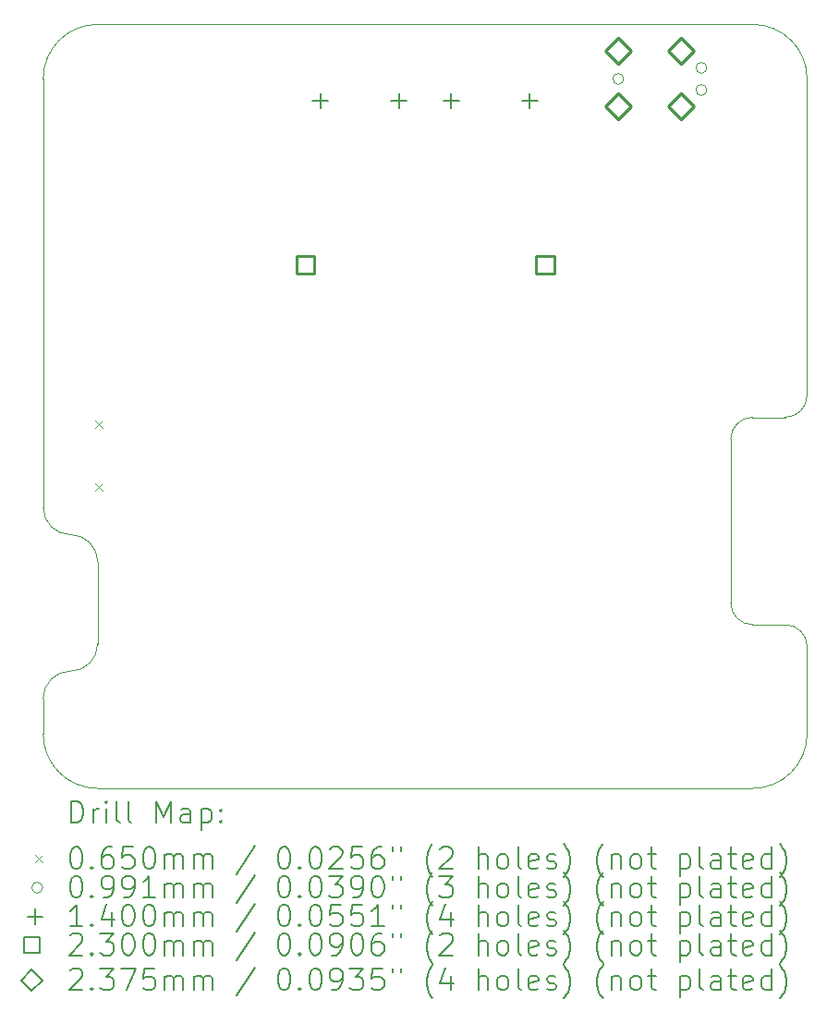
<source format=gbr>
%TF.GenerationSoftware,KiCad,Pcbnew,7.0.9*%
%TF.CreationDate,2024-01-10T01:47:30-08:00*%
%TF.ProjectId,ai-camera-rev3.1,61692d63-616d-4657-9261-2d726576332e,rev3.1*%
%TF.SameCoordinates,PX5a995c0PY2aea540*%
%TF.FileFunction,Drillmap*%
%TF.FilePolarity,Positive*%
%FSLAX45Y45*%
G04 Gerber Fmt 4.5, Leading zero omitted, Abs format (unit mm)*
G04 Created by KiCad (PCBNEW 7.0.9) date 2024-01-10 01:47:30*
%MOMM*%
%LPD*%
G01*
G04 APERTURE LIST*
%ADD10C,0.100000*%
%ADD11C,0.200000*%
%ADD12C,0.140000*%
%ADD13C,0.230000*%
%ADD14C,0.237490*%
G04 APERTURE END LIST*
D10*
X7000000Y-500000D02*
G75*
G03*
X6500000Y0I-500000J0D01*
G01*
X0Y-4425000D02*
G75*
G03*
X250000Y-4675000I250000J0D01*
G01*
X7000000Y-5700000D02*
X7000000Y-6500000D01*
X500000Y0D02*
X6500000Y0D01*
X6300000Y-5300000D02*
G75*
G03*
X6500000Y-5500000I200000J0D01*
G01*
X250000Y-5925000D02*
G75*
G03*
X0Y-6175000I0J-250000D01*
G01*
X6800000Y-3600000D02*
X6500000Y-3600000D01*
X500000Y0D02*
G75*
G03*
X0Y-500000I0J-500000D01*
G01*
X7000000Y-5700000D02*
G75*
G03*
X6800000Y-5500000I-200000J0D01*
G01*
X0Y-4425000D02*
X0Y-500000D01*
X500000Y-4925000D02*
G75*
G03*
X250000Y-4675000I-250000J0D01*
G01*
X6500000Y-3600000D02*
G75*
G03*
X6300000Y-3800000I0J-200000D01*
G01*
X6500000Y-5500000D02*
X6800000Y-5500000D01*
X6500000Y-7000000D02*
G75*
G03*
X7000000Y-6500000I0J500000D01*
G01*
X500000Y-5675000D02*
X500000Y-4925000D01*
X0Y-6175000D02*
X0Y-6500000D01*
X7000000Y-500000D02*
X7000000Y-3400000D01*
X0Y-6500000D02*
G75*
G03*
X500000Y-7000000I500000J0D01*
G01*
X6500000Y-7000000D02*
X500000Y-7000000D01*
X250000Y-5925000D02*
G75*
G03*
X500000Y-5675000I0J250000D01*
G01*
X6800000Y-3600000D02*
G75*
G03*
X7000000Y-3400000I0J200000D01*
G01*
X6300000Y-3800000D02*
X6300000Y-5300000D01*
D11*
D10*
X477500Y-3628500D02*
X542500Y-3693500D01*
X542500Y-3628500D02*
X477500Y-3693500D01*
X477500Y-4206500D02*
X542500Y-4271500D01*
X542500Y-4206500D02*
X477500Y-4271500D01*
X5318530Y-500000D02*
G75*
G03*
X5318530Y-500000I-49530J0D01*
G01*
X6080530Y-398400D02*
G75*
G03*
X6080530Y-398400I-49530J0D01*
G01*
X6080530Y-601600D02*
G75*
G03*
X6080530Y-601600I-49530J0D01*
G01*
D12*
X2540000Y-630000D02*
X2540000Y-770000D01*
X2470000Y-700000D02*
X2610000Y-700000D01*
X3260000Y-630000D02*
X3260000Y-770000D01*
X3190000Y-700000D02*
X3330000Y-700000D01*
X3740000Y-630000D02*
X3740000Y-770000D01*
X3670000Y-700000D02*
X3810000Y-700000D01*
X4460000Y-630000D02*
X4460000Y-770000D01*
X4390000Y-700000D02*
X4530000Y-700000D01*
D13*
X2481318Y-2281318D02*
X2481318Y-2118682D01*
X2318682Y-2118682D01*
X2318682Y-2281318D01*
X2481318Y-2281318D01*
X4681318Y-2281318D02*
X4681318Y-2118682D01*
X4518682Y-2118682D01*
X4518682Y-2281318D01*
X4681318Y-2281318D01*
D14*
X5269000Y-364745D02*
X5387745Y-246000D01*
X5269000Y-127255D01*
X5150255Y-246000D01*
X5269000Y-364745D01*
X5269000Y-872745D02*
X5387745Y-754000D01*
X5269000Y-635255D01*
X5150255Y-754000D01*
X5269000Y-872745D01*
X5840500Y-364745D02*
X5959245Y-246000D01*
X5840500Y-127255D01*
X5721755Y-246000D01*
X5840500Y-364745D01*
X5840500Y-872745D02*
X5959245Y-754000D01*
X5840500Y-635255D01*
X5721755Y-754000D01*
X5840500Y-872745D01*
D11*
X255777Y-7316484D02*
X255777Y-7116484D01*
X255777Y-7116484D02*
X303396Y-7116484D01*
X303396Y-7116484D02*
X331967Y-7126008D01*
X331967Y-7126008D02*
X351015Y-7145055D01*
X351015Y-7145055D02*
X360539Y-7164103D01*
X360539Y-7164103D02*
X370062Y-7202198D01*
X370062Y-7202198D02*
X370062Y-7230769D01*
X370062Y-7230769D02*
X360539Y-7268865D01*
X360539Y-7268865D02*
X351015Y-7287912D01*
X351015Y-7287912D02*
X331967Y-7306960D01*
X331967Y-7306960D02*
X303396Y-7316484D01*
X303396Y-7316484D02*
X255777Y-7316484D01*
X455777Y-7316484D02*
X455777Y-7183150D01*
X455777Y-7221246D02*
X465301Y-7202198D01*
X465301Y-7202198D02*
X474824Y-7192674D01*
X474824Y-7192674D02*
X493872Y-7183150D01*
X493872Y-7183150D02*
X512920Y-7183150D01*
X579586Y-7316484D02*
X579586Y-7183150D01*
X579586Y-7116484D02*
X570063Y-7126008D01*
X570063Y-7126008D02*
X579586Y-7135531D01*
X579586Y-7135531D02*
X589110Y-7126008D01*
X589110Y-7126008D02*
X579586Y-7116484D01*
X579586Y-7116484D02*
X579586Y-7135531D01*
X703396Y-7316484D02*
X684348Y-7306960D01*
X684348Y-7306960D02*
X674824Y-7287912D01*
X674824Y-7287912D02*
X674824Y-7116484D01*
X808158Y-7316484D02*
X789110Y-7306960D01*
X789110Y-7306960D02*
X779586Y-7287912D01*
X779586Y-7287912D02*
X779586Y-7116484D01*
X1036729Y-7316484D02*
X1036729Y-7116484D01*
X1036729Y-7116484D02*
X1103396Y-7259341D01*
X1103396Y-7259341D02*
X1170063Y-7116484D01*
X1170063Y-7116484D02*
X1170063Y-7316484D01*
X1351015Y-7316484D02*
X1351015Y-7211722D01*
X1351015Y-7211722D02*
X1341491Y-7192674D01*
X1341491Y-7192674D02*
X1322444Y-7183150D01*
X1322444Y-7183150D02*
X1284348Y-7183150D01*
X1284348Y-7183150D02*
X1265301Y-7192674D01*
X1351015Y-7306960D02*
X1331967Y-7316484D01*
X1331967Y-7316484D02*
X1284348Y-7316484D01*
X1284348Y-7316484D02*
X1265301Y-7306960D01*
X1265301Y-7306960D02*
X1255777Y-7287912D01*
X1255777Y-7287912D02*
X1255777Y-7268865D01*
X1255777Y-7268865D02*
X1265301Y-7249817D01*
X1265301Y-7249817D02*
X1284348Y-7240293D01*
X1284348Y-7240293D02*
X1331967Y-7240293D01*
X1331967Y-7240293D02*
X1351015Y-7230769D01*
X1446253Y-7183150D02*
X1446253Y-7383150D01*
X1446253Y-7192674D02*
X1465301Y-7183150D01*
X1465301Y-7183150D02*
X1503396Y-7183150D01*
X1503396Y-7183150D02*
X1522443Y-7192674D01*
X1522443Y-7192674D02*
X1531967Y-7202198D01*
X1531967Y-7202198D02*
X1541491Y-7221246D01*
X1541491Y-7221246D02*
X1541491Y-7278388D01*
X1541491Y-7278388D02*
X1531967Y-7297436D01*
X1531967Y-7297436D02*
X1522443Y-7306960D01*
X1522443Y-7306960D02*
X1503396Y-7316484D01*
X1503396Y-7316484D02*
X1465301Y-7316484D01*
X1465301Y-7316484D02*
X1446253Y-7306960D01*
X1627205Y-7297436D02*
X1636729Y-7306960D01*
X1636729Y-7306960D02*
X1627205Y-7316484D01*
X1627205Y-7316484D02*
X1617682Y-7306960D01*
X1617682Y-7306960D02*
X1627205Y-7297436D01*
X1627205Y-7297436D02*
X1627205Y-7316484D01*
X1627205Y-7192674D02*
X1636729Y-7202198D01*
X1636729Y-7202198D02*
X1627205Y-7211722D01*
X1627205Y-7211722D02*
X1617682Y-7202198D01*
X1617682Y-7202198D02*
X1627205Y-7192674D01*
X1627205Y-7192674D02*
X1627205Y-7211722D01*
D10*
X-70000Y-7612500D02*
X-5000Y-7677500D01*
X-5000Y-7612500D02*
X-70000Y-7677500D01*
D11*
X293872Y-7536484D02*
X312920Y-7536484D01*
X312920Y-7536484D02*
X331967Y-7546008D01*
X331967Y-7546008D02*
X341491Y-7555531D01*
X341491Y-7555531D02*
X351015Y-7574579D01*
X351015Y-7574579D02*
X360539Y-7612674D01*
X360539Y-7612674D02*
X360539Y-7660293D01*
X360539Y-7660293D02*
X351015Y-7698388D01*
X351015Y-7698388D02*
X341491Y-7717436D01*
X341491Y-7717436D02*
X331967Y-7726960D01*
X331967Y-7726960D02*
X312920Y-7736484D01*
X312920Y-7736484D02*
X293872Y-7736484D01*
X293872Y-7736484D02*
X274824Y-7726960D01*
X274824Y-7726960D02*
X265301Y-7717436D01*
X265301Y-7717436D02*
X255777Y-7698388D01*
X255777Y-7698388D02*
X246253Y-7660293D01*
X246253Y-7660293D02*
X246253Y-7612674D01*
X246253Y-7612674D02*
X255777Y-7574579D01*
X255777Y-7574579D02*
X265301Y-7555531D01*
X265301Y-7555531D02*
X274824Y-7546008D01*
X274824Y-7546008D02*
X293872Y-7536484D01*
X446253Y-7717436D02*
X455777Y-7726960D01*
X455777Y-7726960D02*
X446253Y-7736484D01*
X446253Y-7736484D02*
X436729Y-7726960D01*
X436729Y-7726960D02*
X446253Y-7717436D01*
X446253Y-7717436D02*
X446253Y-7736484D01*
X627205Y-7536484D02*
X589110Y-7536484D01*
X589110Y-7536484D02*
X570063Y-7546008D01*
X570063Y-7546008D02*
X560539Y-7555531D01*
X560539Y-7555531D02*
X541491Y-7584103D01*
X541491Y-7584103D02*
X531967Y-7622198D01*
X531967Y-7622198D02*
X531967Y-7698388D01*
X531967Y-7698388D02*
X541491Y-7717436D01*
X541491Y-7717436D02*
X551015Y-7726960D01*
X551015Y-7726960D02*
X570063Y-7736484D01*
X570063Y-7736484D02*
X608158Y-7736484D01*
X608158Y-7736484D02*
X627205Y-7726960D01*
X627205Y-7726960D02*
X636729Y-7717436D01*
X636729Y-7717436D02*
X646253Y-7698388D01*
X646253Y-7698388D02*
X646253Y-7650769D01*
X646253Y-7650769D02*
X636729Y-7631722D01*
X636729Y-7631722D02*
X627205Y-7622198D01*
X627205Y-7622198D02*
X608158Y-7612674D01*
X608158Y-7612674D02*
X570063Y-7612674D01*
X570063Y-7612674D02*
X551015Y-7622198D01*
X551015Y-7622198D02*
X541491Y-7631722D01*
X541491Y-7631722D02*
X531967Y-7650769D01*
X827205Y-7536484D02*
X731967Y-7536484D01*
X731967Y-7536484D02*
X722443Y-7631722D01*
X722443Y-7631722D02*
X731967Y-7622198D01*
X731967Y-7622198D02*
X751015Y-7612674D01*
X751015Y-7612674D02*
X798634Y-7612674D01*
X798634Y-7612674D02*
X817682Y-7622198D01*
X817682Y-7622198D02*
X827205Y-7631722D01*
X827205Y-7631722D02*
X836729Y-7650769D01*
X836729Y-7650769D02*
X836729Y-7698388D01*
X836729Y-7698388D02*
X827205Y-7717436D01*
X827205Y-7717436D02*
X817682Y-7726960D01*
X817682Y-7726960D02*
X798634Y-7736484D01*
X798634Y-7736484D02*
X751015Y-7736484D01*
X751015Y-7736484D02*
X731967Y-7726960D01*
X731967Y-7726960D02*
X722443Y-7717436D01*
X960539Y-7536484D02*
X979586Y-7536484D01*
X979586Y-7536484D02*
X998634Y-7546008D01*
X998634Y-7546008D02*
X1008158Y-7555531D01*
X1008158Y-7555531D02*
X1017682Y-7574579D01*
X1017682Y-7574579D02*
X1027205Y-7612674D01*
X1027205Y-7612674D02*
X1027205Y-7660293D01*
X1027205Y-7660293D02*
X1017682Y-7698388D01*
X1017682Y-7698388D02*
X1008158Y-7717436D01*
X1008158Y-7717436D02*
X998634Y-7726960D01*
X998634Y-7726960D02*
X979586Y-7736484D01*
X979586Y-7736484D02*
X960539Y-7736484D01*
X960539Y-7736484D02*
X941491Y-7726960D01*
X941491Y-7726960D02*
X931967Y-7717436D01*
X931967Y-7717436D02*
X922443Y-7698388D01*
X922443Y-7698388D02*
X912920Y-7660293D01*
X912920Y-7660293D02*
X912920Y-7612674D01*
X912920Y-7612674D02*
X922443Y-7574579D01*
X922443Y-7574579D02*
X931967Y-7555531D01*
X931967Y-7555531D02*
X941491Y-7546008D01*
X941491Y-7546008D02*
X960539Y-7536484D01*
X1112920Y-7736484D02*
X1112920Y-7603150D01*
X1112920Y-7622198D02*
X1122444Y-7612674D01*
X1122444Y-7612674D02*
X1141491Y-7603150D01*
X1141491Y-7603150D02*
X1170063Y-7603150D01*
X1170063Y-7603150D02*
X1189110Y-7612674D01*
X1189110Y-7612674D02*
X1198634Y-7631722D01*
X1198634Y-7631722D02*
X1198634Y-7736484D01*
X1198634Y-7631722D02*
X1208158Y-7612674D01*
X1208158Y-7612674D02*
X1227205Y-7603150D01*
X1227205Y-7603150D02*
X1255777Y-7603150D01*
X1255777Y-7603150D02*
X1274825Y-7612674D01*
X1274825Y-7612674D02*
X1284348Y-7631722D01*
X1284348Y-7631722D02*
X1284348Y-7736484D01*
X1379586Y-7736484D02*
X1379586Y-7603150D01*
X1379586Y-7622198D02*
X1389110Y-7612674D01*
X1389110Y-7612674D02*
X1408158Y-7603150D01*
X1408158Y-7603150D02*
X1436729Y-7603150D01*
X1436729Y-7603150D02*
X1455777Y-7612674D01*
X1455777Y-7612674D02*
X1465301Y-7631722D01*
X1465301Y-7631722D02*
X1465301Y-7736484D01*
X1465301Y-7631722D02*
X1474824Y-7612674D01*
X1474824Y-7612674D02*
X1493872Y-7603150D01*
X1493872Y-7603150D02*
X1522443Y-7603150D01*
X1522443Y-7603150D02*
X1541491Y-7612674D01*
X1541491Y-7612674D02*
X1551015Y-7631722D01*
X1551015Y-7631722D02*
X1551015Y-7736484D01*
X1941491Y-7526960D02*
X1770063Y-7784103D01*
X2198634Y-7536484D02*
X2217682Y-7536484D01*
X2217682Y-7536484D02*
X2236729Y-7546008D01*
X2236729Y-7546008D02*
X2246253Y-7555531D01*
X2246253Y-7555531D02*
X2255777Y-7574579D01*
X2255777Y-7574579D02*
X2265301Y-7612674D01*
X2265301Y-7612674D02*
X2265301Y-7660293D01*
X2265301Y-7660293D02*
X2255777Y-7698388D01*
X2255777Y-7698388D02*
X2246253Y-7717436D01*
X2246253Y-7717436D02*
X2236729Y-7726960D01*
X2236729Y-7726960D02*
X2217682Y-7736484D01*
X2217682Y-7736484D02*
X2198634Y-7736484D01*
X2198634Y-7736484D02*
X2179587Y-7726960D01*
X2179587Y-7726960D02*
X2170063Y-7717436D01*
X2170063Y-7717436D02*
X2160539Y-7698388D01*
X2160539Y-7698388D02*
X2151015Y-7660293D01*
X2151015Y-7660293D02*
X2151015Y-7612674D01*
X2151015Y-7612674D02*
X2160539Y-7574579D01*
X2160539Y-7574579D02*
X2170063Y-7555531D01*
X2170063Y-7555531D02*
X2179587Y-7546008D01*
X2179587Y-7546008D02*
X2198634Y-7536484D01*
X2351015Y-7717436D02*
X2360539Y-7726960D01*
X2360539Y-7726960D02*
X2351015Y-7736484D01*
X2351015Y-7736484D02*
X2341491Y-7726960D01*
X2341491Y-7726960D02*
X2351015Y-7717436D01*
X2351015Y-7717436D02*
X2351015Y-7736484D01*
X2484348Y-7536484D02*
X2503396Y-7536484D01*
X2503396Y-7536484D02*
X2522444Y-7546008D01*
X2522444Y-7546008D02*
X2531968Y-7555531D01*
X2531968Y-7555531D02*
X2541491Y-7574579D01*
X2541491Y-7574579D02*
X2551015Y-7612674D01*
X2551015Y-7612674D02*
X2551015Y-7660293D01*
X2551015Y-7660293D02*
X2541491Y-7698388D01*
X2541491Y-7698388D02*
X2531968Y-7717436D01*
X2531968Y-7717436D02*
X2522444Y-7726960D01*
X2522444Y-7726960D02*
X2503396Y-7736484D01*
X2503396Y-7736484D02*
X2484348Y-7736484D01*
X2484348Y-7736484D02*
X2465301Y-7726960D01*
X2465301Y-7726960D02*
X2455777Y-7717436D01*
X2455777Y-7717436D02*
X2446253Y-7698388D01*
X2446253Y-7698388D02*
X2436729Y-7660293D01*
X2436729Y-7660293D02*
X2436729Y-7612674D01*
X2436729Y-7612674D02*
X2446253Y-7574579D01*
X2446253Y-7574579D02*
X2455777Y-7555531D01*
X2455777Y-7555531D02*
X2465301Y-7546008D01*
X2465301Y-7546008D02*
X2484348Y-7536484D01*
X2627206Y-7555531D02*
X2636729Y-7546008D01*
X2636729Y-7546008D02*
X2655777Y-7536484D01*
X2655777Y-7536484D02*
X2703396Y-7536484D01*
X2703396Y-7536484D02*
X2722444Y-7546008D01*
X2722444Y-7546008D02*
X2731968Y-7555531D01*
X2731968Y-7555531D02*
X2741491Y-7574579D01*
X2741491Y-7574579D02*
X2741491Y-7593627D01*
X2741491Y-7593627D02*
X2731968Y-7622198D01*
X2731968Y-7622198D02*
X2617682Y-7736484D01*
X2617682Y-7736484D02*
X2741491Y-7736484D01*
X2922444Y-7536484D02*
X2827206Y-7536484D01*
X2827206Y-7536484D02*
X2817682Y-7631722D01*
X2817682Y-7631722D02*
X2827206Y-7622198D01*
X2827206Y-7622198D02*
X2846253Y-7612674D01*
X2846253Y-7612674D02*
X2893872Y-7612674D01*
X2893872Y-7612674D02*
X2912920Y-7622198D01*
X2912920Y-7622198D02*
X2922444Y-7631722D01*
X2922444Y-7631722D02*
X2931967Y-7650769D01*
X2931967Y-7650769D02*
X2931967Y-7698388D01*
X2931967Y-7698388D02*
X2922444Y-7717436D01*
X2922444Y-7717436D02*
X2912920Y-7726960D01*
X2912920Y-7726960D02*
X2893872Y-7736484D01*
X2893872Y-7736484D02*
X2846253Y-7736484D01*
X2846253Y-7736484D02*
X2827206Y-7726960D01*
X2827206Y-7726960D02*
X2817682Y-7717436D01*
X3103396Y-7536484D02*
X3065301Y-7536484D01*
X3065301Y-7536484D02*
X3046253Y-7546008D01*
X3046253Y-7546008D02*
X3036729Y-7555531D01*
X3036729Y-7555531D02*
X3017682Y-7584103D01*
X3017682Y-7584103D02*
X3008158Y-7622198D01*
X3008158Y-7622198D02*
X3008158Y-7698388D01*
X3008158Y-7698388D02*
X3017682Y-7717436D01*
X3017682Y-7717436D02*
X3027206Y-7726960D01*
X3027206Y-7726960D02*
X3046253Y-7736484D01*
X3046253Y-7736484D02*
X3084348Y-7736484D01*
X3084348Y-7736484D02*
X3103396Y-7726960D01*
X3103396Y-7726960D02*
X3112920Y-7717436D01*
X3112920Y-7717436D02*
X3122444Y-7698388D01*
X3122444Y-7698388D02*
X3122444Y-7650769D01*
X3122444Y-7650769D02*
X3112920Y-7631722D01*
X3112920Y-7631722D02*
X3103396Y-7622198D01*
X3103396Y-7622198D02*
X3084348Y-7612674D01*
X3084348Y-7612674D02*
X3046253Y-7612674D01*
X3046253Y-7612674D02*
X3027206Y-7622198D01*
X3027206Y-7622198D02*
X3017682Y-7631722D01*
X3017682Y-7631722D02*
X3008158Y-7650769D01*
X3198634Y-7536484D02*
X3198634Y-7574579D01*
X3274825Y-7536484D02*
X3274825Y-7574579D01*
X3570063Y-7812674D02*
X3560539Y-7803150D01*
X3560539Y-7803150D02*
X3541491Y-7774579D01*
X3541491Y-7774579D02*
X3531968Y-7755531D01*
X3531968Y-7755531D02*
X3522444Y-7726960D01*
X3522444Y-7726960D02*
X3512920Y-7679341D01*
X3512920Y-7679341D02*
X3512920Y-7641246D01*
X3512920Y-7641246D02*
X3522444Y-7593627D01*
X3522444Y-7593627D02*
X3531968Y-7565055D01*
X3531968Y-7565055D02*
X3541491Y-7546008D01*
X3541491Y-7546008D02*
X3560539Y-7517436D01*
X3560539Y-7517436D02*
X3570063Y-7507912D01*
X3636729Y-7555531D02*
X3646253Y-7546008D01*
X3646253Y-7546008D02*
X3665301Y-7536484D01*
X3665301Y-7536484D02*
X3712920Y-7536484D01*
X3712920Y-7536484D02*
X3731968Y-7546008D01*
X3731968Y-7546008D02*
X3741491Y-7555531D01*
X3741491Y-7555531D02*
X3751015Y-7574579D01*
X3751015Y-7574579D02*
X3751015Y-7593627D01*
X3751015Y-7593627D02*
X3741491Y-7622198D01*
X3741491Y-7622198D02*
X3627206Y-7736484D01*
X3627206Y-7736484D02*
X3751015Y-7736484D01*
X3989110Y-7736484D02*
X3989110Y-7536484D01*
X4074825Y-7736484D02*
X4074825Y-7631722D01*
X4074825Y-7631722D02*
X4065301Y-7612674D01*
X4065301Y-7612674D02*
X4046253Y-7603150D01*
X4046253Y-7603150D02*
X4017682Y-7603150D01*
X4017682Y-7603150D02*
X3998634Y-7612674D01*
X3998634Y-7612674D02*
X3989110Y-7622198D01*
X4198634Y-7736484D02*
X4179587Y-7726960D01*
X4179587Y-7726960D02*
X4170063Y-7717436D01*
X4170063Y-7717436D02*
X4160539Y-7698388D01*
X4160539Y-7698388D02*
X4160539Y-7641246D01*
X4160539Y-7641246D02*
X4170063Y-7622198D01*
X4170063Y-7622198D02*
X4179587Y-7612674D01*
X4179587Y-7612674D02*
X4198634Y-7603150D01*
X4198634Y-7603150D02*
X4227206Y-7603150D01*
X4227206Y-7603150D02*
X4246253Y-7612674D01*
X4246253Y-7612674D02*
X4255777Y-7622198D01*
X4255777Y-7622198D02*
X4265301Y-7641246D01*
X4265301Y-7641246D02*
X4265301Y-7698388D01*
X4265301Y-7698388D02*
X4255777Y-7717436D01*
X4255777Y-7717436D02*
X4246253Y-7726960D01*
X4246253Y-7726960D02*
X4227206Y-7736484D01*
X4227206Y-7736484D02*
X4198634Y-7736484D01*
X4379587Y-7736484D02*
X4360539Y-7726960D01*
X4360539Y-7726960D02*
X4351015Y-7707912D01*
X4351015Y-7707912D02*
X4351015Y-7536484D01*
X4531968Y-7726960D02*
X4512920Y-7736484D01*
X4512920Y-7736484D02*
X4474825Y-7736484D01*
X4474825Y-7736484D02*
X4455777Y-7726960D01*
X4455777Y-7726960D02*
X4446253Y-7707912D01*
X4446253Y-7707912D02*
X4446253Y-7631722D01*
X4446253Y-7631722D02*
X4455777Y-7612674D01*
X4455777Y-7612674D02*
X4474825Y-7603150D01*
X4474825Y-7603150D02*
X4512920Y-7603150D01*
X4512920Y-7603150D02*
X4531968Y-7612674D01*
X4531968Y-7612674D02*
X4541492Y-7631722D01*
X4541492Y-7631722D02*
X4541492Y-7650769D01*
X4541492Y-7650769D02*
X4446253Y-7669817D01*
X4617682Y-7726960D02*
X4636730Y-7736484D01*
X4636730Y-7736484D02*
X4674825Y-7736484D01*
X4674825Y-7736484D02*
X4693873Y-7726960D01*
X4693873Y-7726960D02*
X4703396Y-7707912D01*
X4703396Y-7707912D02*
X4703396Y-7698388D01*
X4703396Y-7698388D02*
X4693873Y-7679341D01*
X4693873Y-7679341D02*
X4674825Y-7669817D01*
X4674825Y-7669817D02*
X4646253Y-7669817D01*
X4646253Y-7669817D02*
X4627206Y-7660293D01*
X4627206Y-7660293D02*
X4617682Y-7641246D01*
X4617682Y-7641246D02*
X4617682Y-7631722D01*
X4617682Y-7631722D02*
X4627206Y-7612674D01*
X4627206Y-7612674D02*
X4646253Y-7603150D01*
X4646253Y-7603150D02*
X4674825Y-7603150D01*
X4674825Y-7603150D02*
X4693873Y-7612674D01*
X4770063Y-7812674D02*
X4779587Y-7803150D01*
X4779587Y-7803150D02*
X4798634Y-7774579D01*
X4798634Y-7774579D02*
X4808158Y-7755531D01*
X4808158Y-7755531D02*
X4817682Y-7726960D01*
X4817682Y-7726960D02*
X4827206Y-7679341D01*
X4827206Y-7679341D02*
X4827206Y-7641246D01*
X4827206Y-7641246D02*
X4817682Y-7593627D01*
X4817682Y-7593627D02*
X4808158Y-7565055D01*
X4808158Y-7565055D02*
X4798634Y-7546008D01*
X4798634Y-7546008D02*
X4779587Y-7517436D01*
X4779587Y-7517436D02*
X4770063Y-7507912D01*
X5131968Y-7812674D02*
X5122444Y-7803150D01*
X5122444Y-7803150D02*
X5103396Y-7774579D01*
X5103396Y-7774579D02*
X5093873Y-7755531D01*
X5093873Y-7755531D02*
X5084349Y-7726960D01*
X5084349Y-7726960D02*
X5074825Y-7679341D01*
X5074825Y-7679341D02*
X5074825Y-7641246D01*
X5074825Y-7641246D02*
X5084349Y-7593627D01*
X5084349Y-7593627D02*
X5093873Y-7565055D01*
X5093873Y-7565055D02*
X5103396Y-7546008D01*
X5103396Y-7546008D02*
X5122444Y-7517436D01*
X5122444Y-7517436D02*
X5131968Y-7507912D01*
X5208158Y-7603150D02*
X5208158Y-7736484D01*
X5208158Y-7622198D02*
X5217682Y-7612674D01*
X5217682Y-7612674D02*
X5236730Y-7603150D01*
X5236730Y-7603150D02*
X5265301Y-7603150D01*
X5265301Y-7603150D02*
X5284349Y-7612674D01*
X5284349Y-7612674D02*
X5293873Y-7631722D01*
X5293873Y-7631722D02*
X5293873Y-7736484D01*
X5417682Y-7736484D02*
X5398634Y-7726960D01*
X5398634Y-7726960D02*
X5389111Y-7717436D01*
X5389111Y-7717436D02*
X5379587Y-7698388D01*
X5379587Y-7698388D02*
X5379587Y-7641246D01*
X5379587Y-7641246D02*
X5389111Y-7622198D01*
X5389111Y-7622198D02*
X5398634Y-7612674D01*
X5398634Y-7612674D02*
X5417682Y-7603150D01*
X5417682Y-7603150D02*
X5446254Y-7603150D01*
X5446254Y-7603150D02*
X5465301Y-7612674D01*
X5465301Y-7612674D02*
X5474825Y-7622198D01*
X5474825Y-7622198D02*
X5484349Y-7641246D01*
X5484349Y-7641246D02*
X5484349Y-7698388D01*
X5484349Y-7698388D02*
X5474825Y-7717436D01*
X5474825Y-7717436D02*
X5465301Y-7726960D01*
X5465301Y-7726960D02*
X5446254Y-7736484D01*
X5446254Y-7736484D02*
X5417682Y-7736484D01*
X5541492Y-7603150D02*
X5617682Y-7603150D01*
X5570063Y-7536484D02*
X5570063Y-7707912D01*
X5570063Y-7707912D02*
X5579587Y-7726960D01*
X5579587Y-7726960D02*
X5598634Y-7736484D01*
X5598634Y-7736484D02*
X5617682Y-7736484D01*
X5836730Y-7603150D02*
X5836730Y-7803150D01*
X5836730Y-7612674D02*
X5855777Y-7603150D01*
X5855777Y-7603150D02*
X5893873Y-7603150D01*
X5893873Y-7603150D02*
X5912920Y-7612674D01*
X5912920Y-7612674D02*
X5922444Y-7622198D01*
X5922444Y-7622198D02*
X5931968Y-7641246D01*
X5931968Y-7641246D02*
X5931968Y-7698388D01*
X5931968Y-7698388D02*
X5922444Y-7717436D01*
X5922444Y-7717436D02*
X5912920Y-7726960D01*
X5912920Y-7726960D02*
X5893873Y-7736484D01*
X5893873Y-7736484D02*
X5855777Y-7736484D01*
X5855777Y-7736484D02*
X5836730Y-7726960D01*
X6046253Y-7736484D02*
X6027206Y-7726960D01*
X6027206Y-7726960D02*
X6017682Y-7707912D01*
X6017682Y-7707912D02*
X6017682Y-7536484D01*
X6208158Y-7736484D02*
X6208158Y-7631722D01*
X6208158Y-7631722D02*
X6198634Y-7612674D01*
X6198634Y-7612674D02*
X6179587Y-7603150D01*
X6179587Y-7603150D02*
X6141492Y-7603150D01*
X6141492Y-7603150D02*
X6122444Y-7612674D01*
X6208158Y-7726960D02*
X6189111Y-7736484D01*
X6189111Y-7736484D02*
X6141492Y-7736484D01*
X6141492Y-7736484D02*
X6122444Y-7726960D01*
X6122444Y-7726960D02*
X6112920Y-7707912D01*
X6112920Y-7707912D02*
X6112920Y-7688865D01*
X6112920Y-7688865D02*
X6122444Y-7669817D01*
X6122444Y-7669817D02*
X6141492Y-7660293D01*
X6141492Y-7660293D02*
X6189111Y-7660293D01*
X6189111Y-7660293D02*
X6208158Y-7650769D01*
X6274825Y-7603150D02*
X6351015Y-7603150D01*
X6303396Y-7536484D02*
X6303396Y-7707912D01*
X6303396Y-7707912D02*
X6312920Y-7726960D01*
X6312920Y-7726960D02*
X6331968Y-7736484D01*
X6331968Y-7736484D02*
X6351015Y-7736484D01*
X6493873Y-7726960D02*
X6474825Y-7736484D01*
X6474825Y-7736484D02*
X6436730Y-7736484D01*
X6436730Y-7736484D02*
X6417682Y-7726960D01*
X6417682Y-7726960D02*
X6408158Y-7707912D01*
X6408158Y-7707912D02*
X6408158Y-7631722D01*
X6408158Y-7631722D02*
X6417682Y-7612674D01*
X6417682Y-7612674D02*
X6436730Y-7603150D01*
X6436730Y-7603150D02*
X6474825Y-7603150D01*
X6474825Y-7603150D02*
X6493873Y-7612674D01*
X6493873Y-7612674D02*
X6503396Y-7631722D01*
X6503396Y-7631722D02*
X6503396Y-7650769D01*
X6503396Y-7650769D02*
X6408158Y-7669817D01*
X6674825Y-7736484D02*
X6674825Y-7536484D01*
X6674825Y-7726960D02*
X6655777Y-7736484D01*
X6655777Y-7736484D02*
X6617682Y-7736484D01*
X6617682Y-7736484D02*
X6598634Y-7726960D01*
X6598634Y-7726960D02*
X6589111Y-7717436D01*
X6589111Y-7717436D02*
X6579587Y-7698388D01*
X6579587Y-7698388D02*
X6579587Y-7641246D01*
X6579587Y-7641246D02*
X6589111Y-7622198D01*
X6589111Y-7622198D02*
X6598634Y-7612674D01*
X6598634Y-7612674D02*
X6617682Y-7603150D01*
X6617682Y-7603150D02*
X6655777Y-7603150D01*
X6655777Y-7603150D02*
X6674825Y-7612674D01*
X6751015Y-7812674D02*
X6760539Y-7803150D01*
X6760539Y-7803150D02*
X6779587Y-7774579D01*
X6779587Y-7774579D02*
X6789111Y-7755531D01*
X6789111Y-7755531D02*
X6798634Y-7726960D01*
X6798634Y-7726960D02*
X6808158Y-7679341D01*
X6808158Y-7679341D02*
X6808158Y-7641246D01*
X6808158Y-7641246D02*
X6798634Y-7593627D01*
X6798634Y-7593627D02*
X6789111Y-7565055D01*
X6789111Y-7565055D02*
X6779587Y-7546008D01*
X6779587Y-7546008D02*
X6760539Y-7517436D01*
X6760539Y-7517436D02*
X6751015Y-7507912D01*
D10*
X-5000Y-7909000D02*
G75*
G03*
X-5000Y-7909000I-49530J0D01*
G01*
D11*
X293872Y-7800484D02*
X312920Y-7800484D01*
X312920Y-7800484D02*
X331967Y-7810008D01*
X331967Y-7810008D02*
X341491Y-7819531D01*
X341491Y-7819531D02*
X351015Y-7838579D01*
X351015Y-7838579D02*
X360539Y-7876674D01*
X360539Y-7876674D02*
X360539Y-7924293D01*
X360539Y-7924293D02*
X351015Y-7962388D01*
X351015Y-7962388D02*
X341491Y-7981436D01*
X341491Y-7981436D02*
X331967Y-7990960D01*
X331967Y-7990960D02*
X312920Y-8000484D01*
X312920Y-8000484D02*
X293872Y-8000484D01*
X293872Y-8000484D02*
X274824Y-7990960D01*
X274824Y-7990960D02*
X265301Y-7981436D01*
X265301Y-7981436D02*
X255777Y-7962388D01*
X255777Y-7962388D02*
X246253Y-7924293D01*
X246253Y-7924293D02*
X246253Y-7876674D01*
X246253Y-7876674D02*
X255777Y-7838579D01*
X255777Y-7838579D02*
X265301Y-7819531D01*
X265301Y-7819531D02*
X274824Y-7810008D01*
X274824Y-7810008D02*
X293872Y-7800484D01*
X446253Y-7981436D02*
X455777Y-7990960D01*
X455777Y-7990960D02*
X446253Y-8000484D01*
X446253Y-8000484D02*
X436729Y-7990960D01*
X436729Y-7990960D02*
X446253Y-7981436D01*
X446253Y-7981436D02*
X446253Y-8000484D01*
X551015Y-8000484D02*
X589110Y-8000484D01*
X589110Y-8000484D02*
X608158Y-7990960D01*
X608158Y-7990960D02*
X617682Y-7981436D01*
X617682Y-7981436D02*
X636729Y-7952865D01*
X636729Y-7952865D02*
X646253Y-7914769D01*
X646253Y-7914769D02*
X646253Y-7838579D01*
X646253Y-7838579D02*
X636729Y-7819531D01*
X636729Y-7819531D02*
X627205Y-7810008D01*
X627205Y-7810008D02*
X608158Y-7800484D01*
X608158Y-7800484D02*
X570063Y-7800484D01*
X570063Y-7800484D02*
X551015Y-7810008D01*
X551015Y-7810008D02*
X541491Y-7819531D01*
X541491Y-7819531D02*
X531967Y-7838579D01*
X531967Y-7838579D02*
X531967Y-7886198D01*
X531967Y-7886198D02*
X541491Y-7905246D01*
X541491Y-7905246D02*
X551015Y-7914769D01*
X551015Y-7914769D02*
X570063Y-7924293D01*
X570063Y-7924293D02*
X608158Y-7924293D01*
X608158Y-7924293D02*
X627205Y-7914769D01*
X627205Y-7914769D02*
X636729Y-7905246D01*
X636729Y-7905246D02*
X646253Y-7886198D01*
X741491Y-8000484D02*
X779586Y-8000484D01*
X779586Y-8000484D02*
X798634Y-7990960D01*
X798634Y-7990960D02*
X808158Y-7981436D01*
X808158Y-7981436D02*
X827205Y-7952865D01*
X827205Y-7952865D02*
X836729Y-7914769D01*
X836729Y-7914769D02*
X836729Y-7838579D01*
X836729Y-7838579D02*
X827205Y-7819531D01*
X827205Y-7819531D02*
X817682Y-7810008D01*
X817682Y-7810008D02*
X798634Y-7800484D01*
X798634Y-7800484D02*
X760539Y-7800484D01*
X760539Y-7800484D02*
X741491Y-7810008D01*
X741491Y-7810008D02*
X731967Y-7819531D01*
X731967Y-7819531D02*
X722443Y-7838579D01*
X722443Y-7838579D02*
X722443Y-7886198D01*
X722443Y-7886198D02*
X731967Y-7905246D01*
X731967Y-7905246D02*
X741491Y-7914769D01*
X741491Y-7914769D02*
X760539Y-7924293D01*
X760539Y-7924293D02*
X798634Y-7924293D01*
X798634Y-7924293D02*
X817682Y-7914769D01*
X817682Y-7914769D02*
X827205Y-7905246D01*
X827205Y-7905246D02*
X836729Y-7886198D01*
X1027205Y-8000484D02*
X912920Y-8000484D01*
X970062Y-8000484D02*
X970062Y-7800484D01*
X970062Y-7800484D02*
X951015Y-7829055D01*
X951015Y-7829055D02*
X931967Y-7848103D01*
X931967Y-7848103D02*
X912920Y-7857627D01*
X1112920Y-8000484D02*
X1112920Y-7867150D01*
X1112920Y-7886198D02*
X1122444Y-7876674D01*
X1122444Y-7876674D02*
X1141491Y-7867150D01*
X1141491Y-7867150D02*
X1170063Y-7867150D01*
X1170063Y-7867150D02*
X1189110Y-7876674D01*
X1189110Y-7876674D02*
X1198634Y-7895722D01*
X1198634Y-7895722D02*
X1198634Y-8000484D01*
X1198634Y-7895722D02*
X1208158Y-7876674D01*
X1208158Y-7876674D02*
X1227205Y-7867150D01*
X1227205Y-7867150D02*
X1255777Y-7867150D01*
X1255777Y-7867150D02*
X1274825Y-7876674D01*
X1274825Y-7876674D02*
X1284348Y-7895722D01*
X1284348Y-7895722D02*
X1284348Y-8000484D01*
X1379586Y-8000484D02*
X1379586Y-7867150D01*
X1379586Y-7886198D02*
X1389110Y-7876674D01*
X1389110Y-7876674D02*
X1408158Y-7867150D01*
X1408158Y-7867150D02*
X1436729Y-7867150D01*
X1436729Y-7867150D02*
X1455777Y-7876674D01*
X1455777Y-7876674D02*
X1465301Y-7895722D01*
X1465301Y-7895722D02*
X1465301Y-8000484D01*
X1465301Y-7895722D02*
X1474824Y-7876674D01*
X1474824Y-7876674D02*
X1493872Y-7867150D01*
X1493872Y-7867150D02*
X1522443Y-7867150D01*
X1522443Y-7867150D02*
X1541491Y-7876674D01*
X1541491Y-7876674D02*
X1551015Y-7895722D01*
X1551015Y-7895722D02*
X1551015Y-8000484D01*
X1941491Y-7790960D02*
X1770063Y-8048103D01*
X2198634Y-7800484D02*
X2217682Y-7800484D01*
X2217682Y-7800484D02*
X2236729Y-7810008D01*
X2236729Y-7810008D02*
X2246253Y-7819531D01*
X2246253Y-7819531D02*
X2255777Y-7838579D01*
X2255777Y-7838579D02*
X2265301Y-7876674D01*
X2265301Y-7876674D02*
X2265301Y-7924293D01*
X2265301Y-7924293D02*
X2255777Y-7962388D01*
X2255777Y-7962388D02*
X2246253Y-7981436D01*
X2246253Y-7981436D02*
X2236729Y-7990960D01*
X2236729Y-7990960D02*
X2217682Y-8000484D01*
X2217682Y-8000484D02*
X2198634Y-8000484D01*
X2198634Y-8000484D02*
X2179587Y-7990960D01*
X2179587Y-7990960D02*
X2170063Y-7981436D01*
X2170063Y-7981436D02*
X2160539Y-7962388D01*
X2160539Y-7962388D02*
X2151015Y-7924293D01*
X2151015Y-7924293D02*
X2151015Y-7876674D01*
X2151015Y-7876674D02*
X2160539Y-7838579D01*
X2160539Y-7838579D02*
X2170063Y-7819531D01*
X2170063Y-7819531D02*
X2179587Y-7810008D01*
X2179587Y-7810008D02*
X2198634Y-7800484D01*
X2351015Y-7981436D02*
X2360539Y-7990960D01*
X2360539Y-7990960D02*
X2351015Y-8000484D01*
X2351015Y-8000484D02*
X2341491Y-7990960D01*
X2341491Y-7990960D02*
X2351015Y-7981436D01*
X2351015Y-7981436D02*
X2351015Y-8000484D01*
X2484348Y-7800484D02*
X2503396Y-7800484D01*
X2503396Y-7800484D02*
X2522444Y-7810008D01*
X2522444Y-7810008D02*
X2531968Y-7819531D01*
X2531968Y-7819531D02*
X2541491Y-7838579D01*
X2541491Y-7838579D02*
X2551015Y-7876674D01*
X2551015Y-7876674D02*
X2551015Y-7924293D01*
X2551015Y-7924293D02*
X2541491Y-7962388D01*
X2541491Y-7962388D02*
X2531968Y-7981436D01*
X2531968Y-7981436D02*
X2522444Y-7990960D01*
X2522444Y-7990960D02*
X2503396Y-8000484D01*
X2503396Y-8000484D02*
X2484348Y-8000484D01*
X2484348Y-8000484D02*
X2465301Y-7990960D01*
X2465301Y-7990960D02*
X2455777Y-7981436D01*
X2455777Y-7981436D02*
X2446253Y-7962388D01*
X2446253Y-7962388D02*
X2436729Y-7924293D01*
X2436729Y-7924293D02*
X2436729Y-7876674D01*
X2436729Y-7876674D02*
X2446253Y-7838579D01*
X2446253Y-7838579D02*
X2455777Y-7819531D01*
X2455777Y-7819531D02*
X2465301Y-7810008D01*
X2465301Y-7810008D02*
X2484348Y-7800484D01*
X2617682Y-7800484D02*
X2741491Y-7800484D01*
X2741491Y-7800484D02*
X2674825Y-7876674D01*
X2674825Y-7876674D02*
X2703396Y-7876674D01*
X2703396Y-7876674D02*
X2722444Y-7886198D01*
X2722444Y-7886198D02*
X2731968Y-7895722D01*
X2731968Y-7895722D02*
X2741491Y-7914769D01*
X2741491Y-7914769D02*
X2741491Y-7962388D01*
X2741491Y-7962388D02*
X2731968Y-7981436D01*
X2731968Y-7981436D02*
X2722444Y-7990960D01*
X2722444Y-7990960D02*
X2703396Y-8000484D01*
X2703396Y-8000484D02*
X2646253Y-8000484D01*
X2646253Y-8000484D02*
X2627206Y-7990960D01*
X2627206Y-7990960D02*
X2617682Y-7981436D01*
X2836729Y-8000484D02*
X2874825Y-8000484D01*
X2874825Y-8000484D02*
X2893872Y-7990960D01*
X2893872Y-7990960D02*
X2903396Y-7981436D01*
X2903396Y-7981436D02*
X2922444Y-7952865D01*
X2922444Y-7952865D02*
X2931967Y-7914769D01*
X2931967Y-7914769D02*
X2931967Y-7838579D01*
X2931967Y-7838579D02*
X2922444Y-7819531D01*
X2922444Y-7819531D02*
X2912920Y-7810008D01*
X2912920Y-7810008D02*
X2893872Y-7800484D01*
X2893872Y-7800484D02*
X2855777Y-7800484D01*
X2855777Y-7800484D02*
X2836729Y-7810008D01*
X2836729Y-7810008D02*
X2827206Y-7819531D01*
X2827206Y-7819531D02*
X2817682Y-7838579D01*
X2817682Y-7838579D02*
X2817682Y-7886198D01*
X2817682Y-7886198D02*
X2827206Y-7905246D01*
X2827206Y-7905246D02*
X2836729Y-7914769D01*
X2836729Y-7914769D02*
X2855777Y-7924293D01*
X2855777Y-7924293D02*
X2893872Y-7924293D01*
X2893872Y-7924293D02*
X2912920Y-7914769D01*
X2912920Y-7914769D02*
X2922444Y-7905246D01*
X2922444Y-7905246D02*
X2931967Y-7886198D01*
X3055777Y-7800484D02*
X3074825Y-7800484D01*
X3074825Y-7800484D02*
X3093872Y-7810008D01*
X3093872Y-7810008D02*
X3103396Y-7819531D01*
X3103396Y-7819531D02*
X3112920Y-7838579D01*
X3112920Y-7838579D02*
X3122444Y-7876674D01*
X3122444Y-7876674D02*
X3122444Y-7924293D01*
X3122444Y-7924293D02*
X3112920Y-7962388D01*
X3112920Y-7962388D02*
X3103396Y-7981436D01*
X3103396Y-7981436D02*
X3093872Y-7990960D01*
X3093872Y-7990960D02*
X3074825Y-8000484D01*
X3074825Y-8000484D02*
X3055777Y-8000484D01*
X3055777Y-8000484D02*
X3036729Y-7990960D01*
X3036729Y-7990960D02*
X3027206Y-7981436D01*
X3027206Y-7981436D02*
X3017682Y-7962388D01*
X3017682Y-7962388D02*
X3008158Y-7924293D01*
X3008158Y-7924293D02*
X3008158Y-7876674D01*
X3008158Y-7876674D02*
X3017682Y-7838579D01*
X3017682Y-7838579D02*
X3027206Y-7819531D01*
X3027206Y-7819531D02*
X3036729Y-7810008D01*
X3036729Y-7810008D02*
X3055777Y-7800484D01*
X3198634Y-7800484D02*
X3198634Y-7838579D01*
X3274825Y-7800484D02*
X3274825Y-7838579D01*
X3570063Y-8076674D02*
X3560539Y-8067150D01*
X3560539Y-8067150D02*
X3541491Y-8038579D01*
X3541491Y-8038579D02*
X3531968Y-8019531D01*
X3531968Y-8019531D02*
X3522444Y-7990960D01*
X3522444Y-7990960D02*
X3512920Y-7943341D01*
X3512920Y-7943341D02*
X3512920Y-7905246D01*
X3512920Y-7905246D02*
X3522444Y-7857627D01*
X3522444Y-7857627D02*
X3531968Y-7829055D01*
X3531968Y-7829055D02*
X3541491Y-7810008D01*
X3541491Y-7810008D02*
X3560539Y-7781436D01*
X3560539Y-7781436D02*
X3570063Y-7771912D01*
X3627206Y-7800484D02*
X3751015Y-7800484D01*
X3751015Y-7800484D02*
X3684348Y-7876674D01*
X3684348Y-7876674D02*
X3712920Y-7876674D01*
X3712920Y-7876674D02*
X3731968Y-7886198D01*
X3731968Y-7886198D02*
X3741491Y-7895722D01*
X3741491Y-7895722D02*
X3751015Y-7914769D01*
X3751015Y-7914769D02*
X3751015Y-7962388D01*
X3751015Y-7962388D02*
X3741491Y-7981436D01*
X3741491Y-7981436D02*
X3731968Y-7990960D01*
X3731968Y-7990960D02*
X3712920Y-8000484D01*
X3712920Y-8000484D02*
X3655777Y-8000484D01*
X3655777Y-8000484D02*
X3636729Y-7990960D01*
X3636729Y-7990960D02*
X3627206Y-7981436D01*
X3989110Y-8000484D02*
X3989110Y-7800484D01*
X4074825Y-8000484D02*
X4074825Y-7895722D01*
X4074825Y-7895722D02*
X4065301Y-7876674D01*
X4065301Y-7876674D02*
X4046253Y-7867150D01*
X4046253Y-7867150D02*
X4017682Y-7867150D01*
X4017682Y-7867150D02*
X3998634Y-7876674D01*
X3998634Y-7876674D02*
X3989110Y-7886198D01*
X4198634Y-8000484D02*
X4179587Y-7990960D01*
X4179587Y-7990960D02*
X4170063Y-7981436D01*
X4170063Y-7981436D02*
X4160539Y-7962388D01*
X4160539Y-7962388D02*
X4160539Y-7905246D01*
X4160539Y-7905246D02*
X4170063Y-7886198D01*
X4170063Y-7886198D02*
X4179587Y-7876674D01*
X4179587Y-7876674D02*
X4198634Y-7867150D01*
X4198634Y-7867150D02*
X4227206Y-7867150D01*
X4227206Y-7867150D02*
X4246253Y-7876674D01*
X4246253Y-7876674D02*
X4255777Y-7886198D01*
X4255777Y-7886198D02*
X4265301Y-7905246D01*
X4265301Y-7905246D02*
X4265301Y-7962388D01*
X4265301Y-7962388D02*
X4255777Y-7981436D01*
X4255777Y-7981436D02*
X4246253Y-7990960D01*
X4246253Y-7990960D02*
X4227206Y-8000484D01*
X4227206Y-8000484D02*
X4198634Y-8000484D01*
X4379587Y-8000484D02*
X4360539Y-7990960D01*
X4360539Y-7990960D02*
X4351015Y-7971912D01*
X4351015Y-7971912D02*
X4351015Y-7800484D01*
X4531968Y-7990960D02*
X4512920Y-8000484D01*
X4512920Y-8000484D02*
X4474825Y-8000484D01*
X4474825Y-8000484D02*
X4455777Y-7990960D01*
X4455777Y-7990960D02*
X4446253Y-7971912D01*
X4446253Y-7971912D02*
X4446253Y-7895722D01*
X4446253Y-7895722D02*
X4455777Y-7876674D01*
X4455777Y-7876674D02*
X4474825Y-7867150D01*
X4474825Y-7867150D02*
X4512920Y-7867150D01*
X4512920Y-7867150D02*
X4531968Y-7876674D01*
X4531968Y-7876674D02*
X4541492Y-7895722D01*
X4541492Y-7895722D02*
X4541492Y-7914769D01*
X4541492Y-7914769D02*
X4446253Y-7933817D01*
X4617682Y-7990960D02*
X4636730Y-8000484D01*
X4636730Y-8000484D02*
X4674825Y-8000484D01*
X4674825Y-8000484D02*
X4693873Y-7990960D01*
X4693873Y-7990960D02*
X4703396Y-7971912D01*
X4703396Y-7971912D02*
X4703396Y-7962388D01*
X4703396Y-7962388D02*
X4693873Y-7943341D01*
X4693873Y-7943341D02*
X4674825Y-7933817D01*
X4674825Y-7933817D02*
X4646253Y-7933817D01*
X4646253Y-7933817D02*
X4627206Y-7924293D01*
X4627206Y-7924293D02*
X4617682Y-7905246D01*
X4617682Y-7905246D02*
X4617682Y-7895722D01*
X4617682Y-7895722D02*
X4627206Y-7876674D01*
X4627206Y-7876674D02*
X4646253Y-7867150D01*
X4646253Y-7867150D02*
X4674825Y-7867150D01*
X4674825Y-7867150D02*
X4693873Y-7876674D01*
X4770063Y-8076674D02*
X4779587Y-8067150D01*
X4779587Y-8067150D02*
X4798634Y-8038579D01*
X4798634Y-8038579D02*
X4808158Y-8019531D01*
X4808158Y-8019531D02*
X4817682Y-7990960D01*
X4817682Y-7990960D02*
X4827206Y-7943341D01*
X4827206Y-7943341D02*
X4827206Y-7905246D01*
X4827206Y-7905246D02*
X4817682Y-7857627D01*
X4817682Y-7857627D02*
X4808158Y-7829055D01*
X4808158Y-7829055D02*
X4798634Y-7810008D01*
X4798634Y-7810008D02*
X4779587Y-7781436D01*
X4779587Y-7781436D02*
X4770063Y-7771912D01*
X5131968Y-8076674D02*
X5122444Y-8067150D01*
X5122444Y-8067150D02*
X5103396Y-8038579D01*
X5103396Y-8038579D02*
X5093873Y-8019531D01*
X5093873Y-8019531D02*
X5084349Y-7990960D01*
X5084349Y-7990960D02*
X5074825Y-7943341D01*
X5074825Y-7943341D02*
X5074825Y-7905246D01*
X5074825Y-7905246D02*
X5084349Y-7857627D01*
X5084349Y-7857627D02*
X5093873Y-7829055D01*
X5093873Y-7829055D02*
X5103396Y-7810008D01*
X5103396Y-7810008D02*
X5122444Y-7781436D01*
X5122444Y-7781436D02*
X5131968Y-7771912D01*
X5208158Y-7867150D02*
X5208158Y-8000484D01*
X5208158Y-7886198D02*
X5217682Y-7876674D01*
X5217682Y-7876674D02*
X5236730Y-7867150D01*
X5236730Y-7867150D02*
X5265301Y-7867150D01*
X5265301Y-7867150D02*
X5284349Y-7876674D01*
X5284349Y-7876674D02*
X5293873Y-7895722D01*
X5293873Y-7895722D02*
X5293873Y-8000484D01*
X5417682Y-8000484D02*
X5398634Y-7990960D01*
X5398634Y-7990960D02*
X5389111Y-7981436D01*
X5389111Y-7981436D02*
X5379587Y-7962388D01*
X5379587Y-7962388D02*
X5379587Y-7905246D01*
X5379587Y-7905246D02*
X5389111Y-7886198D01*
X5389111Y-7886198D02*
X5398634Y-7876674D01*
X5398634Y-7876674D02*
X5417682Y-7867150D01*
X5417682Y-7867150D02*
X5446254Y-7867150D01*
X5446254Y-7867150D02*
X5465301Y-7876674D01*
X5465301Y-7876674D02*
X5474825Y-7886198D01*
X5474825Y-7886198D02*
X5484349Y-7905246D01*
X5484349Y-7905246D02*
X5484349Y-7962388D01*
X5484349Y-7962388D02*
X5474825Y-7981436D01*
X5474825Y-7981436D02*
X5465301Y-7990960D01*
X5465301Y-7990960D02*
X5446254Y-8000484D01*
X5446254Y-8000484D02*
X5417682Y-8000484D01*
X5541492Y-7867150D02*
X5617682Y-7867150D01*
X5570063Y-7800484D02*
X5570063Y-7971912D01*
X5570063Y-7971912D02*
X5579587Y-7990960D01*
X5579587Y-7990960D02*
X5598634Y-8000484D01*
X5598634Y-8000484D02*
X5617682Y-8000484D01*
X5836730Y-7867150D02*
X5836730Y-8067150D01*
X5836730Y-7876674D02*
X5855777Y-7867150D01*
X5855777Y-7867150D02*
X5893873Y-7867150D01*
X5893873Y-7867150D02*
X5912920Y-7876674D01*
X5912920Y-7876674D02*
X5922444Y-7886198D01*
X5922444Y-7886198D02*
X5931968Y-7905246D01*
X5931968Y-7905246D02*
X5931968Y-7962388D01*
X5931968Y-7962388D02*
X5922444Y-7981436D01*
X5922444Y-7981436D02*
X5912920Y-7990960D01*
X5912920Y-7990960D02*
X5893873Y-8000484D01*
X5893873Y-8000484D02*
X5855777Y-8000484D01*
X5855777Y-8000484D02*
X5836730Y-7990960D01*
X6046253Y-8000484D02*
X6027206Y-7990960D01*
X6027206Y-7990960D02*
X6017682Y-7971912D01*
X6017682Y-7971912D02*
X6017682Y-7800484D01*
X6208158Y-8000484D02*
X6208158Y-7895722D01*
X6208158Y-7895722D02*
X6198634Y-7876674D01*
X6198634Y-7876674D02*
X6179587Y-7867150D01*
X6179587Y-7867150D02*
X6141492Y-7867150D01*
X6141492Y-7867150D02*
X6122444Y-7876674D01*
X6208158Y-7990960D02*
X6189111Y-8000484D01*
X6189111Y-8000484D02*
X6141492Y-8000484D01*
X6141492Y-8000484D02*
X6122444Y-7990960D01*
X6122444Y-7990960D02*
X6112920Y-7971912D01*
X6112920Y-7971912D02*
X6112920Y-7952865D01*
X6112920Y-7952865D02*
X6122444Y-7933817D01*
X6122444Y-7933817D02*
X6141492Y-7924293D01*
X6141492Y-7924293D02*
X6189111Y-7924293D01*
X6189111Y-7924293D02*
X6208158Y-7914769D01*
X6274825Y-7867150D02*
X6351015Y-7867150D01*
X6303396Y-7800484D02*
X6303396Y-7971912D01*
X6303396Y-7971912D02*
X6312920Y-7990960D01*
X6312920Y-7990960D02*
X6331968Y-8000484D01*
X6331968Y-8000484D02*
X6351015Y-8000484D01*
X6493873Y-7990960D02*
X6474825Y-8000484D01*
X6474825Y-8000484D02*
X6436730Y-8000484D01*
X6436730Y-8000484D02*
X6417682Y-7990960D01*
X6417682Y-7990960D02*
X6408158Y-7971912D01*
X6408158Y-7971912D02*
X6408158Y-7895722D01*
X6408158Y-7895722D02*
X6417682Y-7876674D01*
X6417682Y-7876674D02*
X6436730Y-7867150D01*
X6436730Y-7867150D02*
X6474825Y-7867150D01*
X6474825Y-7867150D02*
X6493873Y-7876674D01*
X6493873Y-7876674D02*
X6503396Y-7895722D01*
X6503396Y-7895722D02*
X6503396Y-7914769D01*
X6503396Y-7914769D02*
X6408158Y-7933817D01*
X6674825Y-8000484D02*
X6674825Y-7800484D01*
X6674825Y-7990960D02*
X6655777Y-8000484D01*
X6655777Y-8000484D02*
X6617682Y-8000484D01*
X6617682Y-8000484D02*
X6598634Y-7990960D01*
X6598634Y-7990960D02*
X6589111Y-7981436D01*
X6589111Y-7981436D02*
X6579587Y-7962388D01*
X6579587Y-7962388D02*
X6579587Y-7905246D01*
X6579587Y-7905246D02*
X6589111Y-7886198D01*
X6589111Y-7886198D02*
X6598634Y-7876674D01*
X6598634Y-7876674D02*
X6617682Y-7867150D01*
X6617682Y-7867150D02*
X6655777Y-7867150D01*
X6655777Y-7867150D02*
X6674825Y-7876674D01*
X6751015Y-8076674D02*
X6760539Y-8067150D01*
X6760539Y-8067150D02*
X6779587Y-8038579D01*
X6779587Y-8038579D02*
X6789111Y-8019531D01*
X6789111Y-8019531D02*
X6798634Y-7990960D01*
X6798634Y-7990960D02*
X6808158Y-7943341D01*
X6808158Y-7943341D02*
X6808158Y-7905246D01*
X6808158Y-7905246D02*
X6798634Y-7857627D01*
X6798634Y-7857627D02*
X6789111Y-7829055D01*
X6789111Y-7829055D02*
X6779587Y-7810008D01*
X6779587Y-7810008D02*
X6760539Y-7781436D01*
X6760539Y-7781436D02*
X6751015Y-7771912D01*
D12*
X-75000Y-8103000D02*
X-75000Y-8243000D01*
X-145000Y-8173000D02*
X-5000Y-8173000D01*
D11*
X360539Y-8264484D02*
X246253Y-8264484D01*
X303396Y-8264484D02*
X303396Y-8064484D01*
X303396Y-8064484D02*
X284348Y-8093055D01*
X284348Y-8093055D02*
X265301Y-8112103D01*
X265301Y-8112103D02*
X246253Y-8121627D01*
X446253Y-8245436D02*
X455777Y-8254960D01*
X455777Y-8254960D02*
X446253Y-8264484D01*
X446253Y-8264484D02*
X436729Y-8254960D01*
X436729Y-8254960D02*
X446253Y-8245436D01*
X446253Y-8245436D02*
X446253Y-8264484D01*
X627205Y-8131150D02*
X627205Y-8264484D01*
X579586Y-8054960D02*
X531967Y-8197817D01*
X531967Y-8197817D02*
X655777Y-8197817D01*
X770062Y-8064484D02*
X789110Y-8064484D01*
X789110Y-8064484D02*
X808158Y-8074008D01*
X808158Y-8074008D02*
X817682Y-8083531D01*
X817682Y-8083531D02*
X827205Y-8102579D01*
X827205Y-8102579D02*
X836729Y-8140674D01*
X836729Y-8140674D02*
X836729Y-8188293D01*
X836729Y-8188293D02*
X827205Y-8226388D01*
X827205Y-8226388D02*
X817682Y-8245436D01*
X817682Y-8245436D02*
X808158Y-8254960D01*
X808158Y-8254960D02*
X789110Y-8264484D01*
X789110Y-8264484D02*
X770062Y-8264484D01*
X770062Y-8264484D02*
X751015Y-8254960D01*
X751015Y-8254960D02*
X741491Y-8245436D01*
X741491Y-8245436D02*
X731967Y-8226388D01*
X731967Y-8226388D02*
X722443Y-8188293D01*
X722443Y-8188293D02*
X722443Y-8140674D01*
X722443Y-8140674D02*
X731967Y-8102579D01*
X731967Y-8102579D02*
X741491Y-8083531D01*
X741491Y-8083531D02*
X751015Y-8074008D01*
X751015Y-8074008D02*
X770062Y-8064484D01*
X960539Y-8064484D02*
X979586Y-8064484D01*
X979586Y-8064484D02*
X998634Y-8074008D01*
X998634Y-8074008D02*
X1008158Y-8083531D01*
X1008158Y-8083531D02*
X1017682Y-8102579D01*
X1017682Y-8102579D02*
X1027205Y-8140674D01*
X1027205Y-8140674D02*
X1027205Y-8188293D01*
X1027205Y-8188293D02*
X1017682Y-8226388D01*
X1017682Y-8226388D02*
X1008158Y-8245436D01*
X1008158Y-8245436D02*
X998634Y-8254960D01*
X998634Y-8254960D02*
X979586Y-8264484D01*
X979586Y-8264484D02*
X960539Y-8264484D01*
X960539Y-8264484D02*
X941491Y-8254960D01*
X941491Y-8254960D02*
X931967Y-8245436D01*
X931967Y-8245436D02*
X922443Y-8226388D01*
X922443Y-8226388D02*
X912920Y-8188293D01*
X912920Y-8188293D02*
X912920Y-8140674D01*
X912920Y-8140674D02*
X922443Y-8102579D01*
X922443Y-8102579D02*
X931967Y-8083531D01*
X931967Y-8083531D02*
X941491Y-8074008D01*
X941491Y-8074008D02*
X960539Y-8064484D01*
X1112920Y-8264484D02*
X1112920Y-8131150D01*
X1112920Y-8150198D02*
X1122444Y-8140674D01*
X1122444Y-8140674D02*
X1141491Y-8131150D01*
X1141491Y-8131150D02*
X1170063Y-8131150D01*
X1170063Y-8131150D02*
X1189110Y-8140674D01*
X1189110Y-8140674D02*
X1198634Y-8159722D01*
X1198634Y-8159722D02*
X1198634Y-8264484D01*
X1198634Y-8159722D02*
X1208158Y-8140674D01*
X1208158Y-8140674D02*
X1227205Y-8131150D01*
X1227205Y-8131150D02*
X1255777Y-8131150D01*
X1255777Y-8131150D02*
X1274825Y-8140674D01*
X1274825Y-8140674D02*
X1284348Y-8159722D01*
X1284348Y-8159722D02*
X1284348Y-8264484D01*
X1379586Y-8264484D02*
X1379586Y-8131150D01*
X1379586Y-8150198D02*
X1389110Y-8140674D01*
X1389110Y-8140674D02*
X1408158Y-8131150D01*
X1408158Y-8131150D02*
X1436729Y-8131150D01*
X1436729Y-8131150D02*
X1455777Y-8140674D01*
X1455777Y-8140674D02*
X1465301Y-8159722D01*
X1465301Y-8159722D02*
X1465301Y-8264484D01*
X1465301Y-8159722D02*
X1474824Y-8140674D01*
X1474824Y-8140674D02*
X1493872Y-8131150D01*
X1493872Y-8131150D02*
X1522443Y-8131150D01*
X1522443Y-8131150D02*
X1541491Y-8140674D01*
X1541491Y-8140674D02*
X1551015Y-8159722D01*
X1551015Y-8159722D02*
X1551015Y-8264484D01*
X1941491Y-8054960D02*
X1770063Y-8312103D01*
X2198634Y-8064484D02*
X2217682Y-8064484D01*
X2217682Y-8064484D02*
X2236729Y-8074008D01*
X2236729Y-8074008D02*
X2246253Y-8083531D01*
X2246253Y-8083531D02*
X2255777Y-8102579D01*
X2255777Y-8102579D02*
X2265301Y-8140674D01*
X2265301Y-8140674D02*
X2265301Y-8188293D01*
X2265301Y-8188293D02*
X2255777Y-8226388D01*
X2255777Y-8226388D02*
X2246253Y-8245436D01*
X2246253Y-8245436D02*
X2236729Y-8254960D01*
X2236729Y-8254960D02*
X2217682Y-8264484D01*
X2217682Y-8264484D02*
X2198634Y-8264484D01*
X2198634Y-8264484D02*
X2179587Y-8254960D01*
X2179587Y-8254960D02*
X2170063Y-8245436D01*
X2170063Y-8245436D02*
X2160539Y-8226388D01*
X2160539Y-8226388D02*
X2151015Y-8188293D01*
X2151015Y-8188293D02*
X2151015Y-8140674D01*
X2151015Y-8140674D02*
X2160539Y-8102579D01*
X2160539Y-8102579D02*
X2170063Y-8083531D01*
X2170063Y-8083531D02*
X2179587Y-8074008D01*
X2179587Y-8074008D02*
X2198634Y-8064484D01*
X2351015Y-8245436D02*
X2360539Y-8254960D01*
X2360539Y-8254960D02*
X2351015Y-8264484D01*
X2351015Y-8264484D02*
X2341491Y-8254960D01*
X2341491Y-8254960D02*
X2351015Y-8245436D01*
X2351015Y-8245436D02*
X2351015Y-8264484D01*
X2484348Y-8064484D02*
X2503396Y-8064484D01*
X2503396Y-8064484D02*
X2522444Y-8074008D01*
X2522444Y-8074008D02*
X2531968Y-8083531D01*
X2531968Y-8083531D02*
X2541491Y-8102579D01*
X2541491Y-8102579D02*
X2551015Y-8140674D01*
X2551015Y-8140674D02*
X2551015Y-8188293D01*
X2551015Y-8188293D02*
X2541491Y-8226388D01*
X2541491Y-8226388D02*
X2531968Y-8245436D01*
X2531968Y-8245436D02*
X2522444Y-8254960D01*
X2522444Y-8254960D02*
X2503396Y-8264484D01*
X2503396Y-8264484D02*
X2484348Y-8264484D01*
X2484348Y-8264484D02*
X2465301Y-8254960D01*
X2465301Y-8254960D02*
X2455777Y-8245436D01*
X2455777Y-8245436D02*
X2446253Y-8226388D01*
X2446253Y-8226388D02*
X2436729Y-8188293D01*
X2436729Y-8188293D02*
X2436729Y-8140674D01*
X2436729Y-8140674D02*
X2446253Y-8102579D01*
X2446253Y-8102579D02*
X2455777Y-8083531D01*
X2455777Y-8083531D02*
X2465301Y-8074008D01*
X2465301Y-8074008D02*
X2484348Y-8064484D01*
X2731968Y-8064484D02*
X2636729Y-8064484D01*
X2636729Y-8064484D02*
X2627206Y-8159722D01*
X2627206Y-8159722D02*
X2636729Y-8150198D01*
X2636729Y-8150198D02*
X2655777Y-8140674D01*
X2655777Y-8140674D02*
X2703396Y-8140674D01*
X2703396Y-8140674D02*
X2722444Y-8150198D01*
X2722444Y-8150198D02*
X2731968Y-8159722D01*
X2731968Y-8159722D02*
X2741491Y-8178769D01*
X2741491Y-8178769D02*
X2741491Y-8226388D01*
X2741491Y-8226388D02*
X2731968Y-8245436D01*
X2731968Y-8245436D02*
X2722444Y-8254960D01*
X2722444Y-8254960D02*
X2703396Y-8264484D01*
X2703396Y-8264484D02*
X2655777Y-8264484D01*
X2655777Y-8264484D02*
X2636729Y-8254960D01*
X2636729Y-8254960D02*
X2627206Y-8245436D01*
X2922444Y-8064484D02*
X2827206Y-8064484D01*
X2827206Y-8064484D02*
X2817682Y-8159722D01*
X2817682Y-8159722D02*
X2827206Y-8150198D01*
X2827206Y-8150198D02*
X2846253Y-8140674D01*
X2846253Y-8140674D02*
X2893872Y-8140674D01*
X2893872Y-8140674D02*
X2912920Y-8150198D01*
X2912920Y-8150198D02*
X2922444Y-8159722D01*
X2922444Y-8159722D02*
X2931967Y-8178769D01*
X2931967Y-8178769D02*
X2931967Y-8226388D01*
X2931967Y-8226388D02*
X2922444Y-8245436D01*
X2922444Y-8245436D02*
X2912920Y-8254960D01*
X2912920Y-8254960D02*
X2893872Y-8264484D01*
X2893872Y-8264484D02*
X2846253Y-8264484D01*
X2846253Y-8264484D02*
X2827206Y-8254960D01*
X2827206Y-8254960D02*
X2817682Y-8245436D01*
X3122444Y-8264484D02*
X3008158Y-8264484D01*
X3065301Y-8264484D02*
X3065301Y-8064484D01*
X3065301Y-8064484D02*
X3046253Y-8093055D01*
X3046253Y-8093055D02*
X3027206Y-8112103D01*
X3027206Y-8112103D02*
X3008158Y-8121627D01*
X3198634Y-8064484D02*
X3198634Y-8102579D01*
X3274825Y-8064484D02*
X3274825Y-8102579D01*
X3570063Y-8340674D02*
X3560539Y-8331150D01*
X3560539Y-8331150D02*
X3541491Y-8302579D01*
X3541491Y-8302579D02*
X3531968Y-8283531D01*
X3531968Y-8283531D02*
X3522444Y-8254960D01*
X3522444Y-8254960D02*
X3512920Y-8207341D01*
X3512920Y-8207341D02*
X3512920Y-8169246D01*
X3512920Y-8169246D02*
X3522444Y-8121627D01*
X3522444Y-8121627D02*
X3531968Y-8093055D01*
X3531968Y-8093055D02*
X3541491Y-8074008D01*
X3541491Y-8074008D02*
X3560539Y-8045436D01*
X3560539Y-8045436D02*
X3570063Y-8035912D01*
X3731968Y-8131150D02*
X3731968Y-8264484D01*
X3684348Y-8054960D02*
X3636729Y-8197817D01*
X3636729Y-8197817D02*
X3760539Y-8197817D01*
X3989110Y-8264484D02*
X3989110Y-8064484D01*
X4074825Y-8264484D02*
X4074825Y-8159722D01*
X4074825Y-8159722D02*
X4065301Y-8140674D01*
X4065301Y-8140674D02*
X4046253Y-8131150D01*
X4046253Y-8131150D02*
X4017682Y-8131150D01*
X4017682Y-8131150D02*
X3998634Y-8140674D01*
X3998634Y-8140674D02*
X3989110Y-8150198D01*
X4198634Y-8264484D02*
X4179587Y-8254960D01*
X4179587Y-8254960D02*
X4170063Y-8245436D01*
X4170063Y-8245436D02*
X4160539Y-8226388D01*
X4160539Y-8226388D02*
X4160539Y-8169246D01*
X4160539Y-8169246D02*
X4170063Y-8150198D01*
X4170063Y-8150198D02*
X4179587Y-8140674D01*
X4179587Y-8140674D02*
X4198634Y-8131150D01*
X4198634Y-8131150D02*
X4227206Y-8131150D01*
X4227206Y-8131150D02*
X4246253Y-8140674D01*
X4246253Y-8140674D02*
X4255777Y-8150198D01*
X4255777Y-8150198D02*
X4265301Y-8169246D01*
X4265301Y-8169246D02*
X4265301Y-8226388D01*
X4265301Y-8226388D02*
X4255777Y-8245436D01*
X4255777Y-8245436D02*
X4246253Y-8254960D01*
X4246253Y-8254960D02*
X4227206Y-8264484D01*
X4227206Y-8264484D02*
X4198634Y-8264484D01*
X4379587Y-8264484D02*
X4360539Y-8254960D01*
X4360539Y-8254960D02*
X4351015Y-8235912D01*
X4351015Y-8235912D02*
X4351015Y-8064484D01*
X4531968Y-8254960D02*
X4512920Y-8264484D01*
X4512920Y-8264484D02*
X4474825Y-8264484D01*
X4474825Y-8264484D02*
X4455777Y-8254960D01*
X4455777Y-8254960D02*
X4446253Y-8235912D01*
X4446253Y-8235912D02*
X4446253Y-8159722D01*
X4446253Y-8159722D02*
X4455777Y-8140674D01*
X4455777Y-8140674D02*
X4474825Y-8131150D01*
X4474825Y-8131150D02*
X4512920Y-8131150D01*
X4512920Y-8131150D02*
X4531968Y-8140674D01*
X4531968Y-8140674D02*
X4541492Y-8159722D01*
X4541492Y-8159722D02*
X4541492Y-8178769D01*
X4541492Y-8178769D02*
X4446253Y-8197817D01*
X4617682Y-8254960D02*
X4636730Y-8264484D01*
X4636730Y-8264484D02*
X4674825Y-8264484D01*
X4674825Y-8264484D02*
X4693873Y-8254960D01*
X4693873Y-8254960D02*
X4703396Y-8235912D01*
X4703396Y-8235912D02*
X4703396Y-8226388D01*
X4703396Y-8226388D02*
X4693873Y-8207341D01*
X4693873Y-8207341D02*
X4674825Y-8197817D01*
X4674825Y-8197817D02*
X4646253Y-8197817D01*
X4646253Y-8197817D02*
X4627206Y-8188293D01*
X4627206Y-8188293D02*
X4617682Y-8169246D01*
X4617682Y-8169246D02*
X4617682Y-8159722D01*
X4617682Y-8159722D02*
X4627206Y-8140674D01*
X4627206Y-8140674D02*
X4646253Y-8131150D01*
X4646253Y-8131150D02*
X4674825Y-8131150D01*
X4674825Y-8131150D02*
X4693873Y-8140674D01*
X4770063Y-8340674D02*
X4779587Y-8331150D01*
X4779587Y-8331150D02*
X4798634Y-8302579D01*
X4798634Y-8302579D02*
X4808158Y-8283531D01*
X4808158Y-8283531D02*
X4817682Y-8254960D01*
X4817682Y-8254960D02*
X4827206Y-8207341D01*
X4827206Y-8207341D02*
X4827206Y-8169246D01*
X4827206Y-8169246D02*
X4817682Y-8121627D01*
X4817682Y-8121627D02*
X4808158Y-8093055D01*
X4808158Y-8093055D02*
X4798634Y-8074008D01*
X4798634Y-8074008D02*
X4779587Y-8045436D01*
X4779587Y-8045436D02*
X4770063Y-8035912D01*
X5131968Y-8340674D02*
X5122444Y-8331150D01*
X5122444Y-8331150D02*
X5103396Y-8302579D01*
X5103396Y-8302579D02*
X5093873Y-8283531D01*
X5093873Y-8283531D02*
X5084349Y-8254960D01*
X5084349Y-8254960D02*
X5074825Y-8207341D01*
X5074825Y-8207341D02*
X5074825Y-8169246D01*
X5074825Y-8169246D02*
X5084349Y-8121627D01*
X5084349Y-8121627D02*
X5093873Y-8093055D01*
X5093873Y-8093055D02*
X5103396Y-8074008D01*
X5103396Y-8074008D02*
X5122444Y-8045436D01*
X5122444Y-8045436D02*
X5131968Y-8035912D01*
X5208158Y-8131150D02*
X5208158Y-8264484D01*
X5208158Y-8150198D02*
X5217682Y-8140674D01*
X5217682Y-8140674D02*
X5236730Y-8131150D01*
X5236730Y-8131150D02*
X5265301Y-8131150D01*
X5265301Y-8131150D02*
X5284349Y-8140674D01*
X5284349Y-8140674D02*
X5293873Y-8159722D01*
X5293873Y-8159722D02*
X5293873Y-8264484D01*
X5417682Y-8264484D02*
X5398634Y-8254960D01*
X5398634Y-8254960D02*
X5389111Y-8245436D01*
X5389111Y-8245436D02*
X5379587Y-8226388D01*
X5379587Y-8226388D02*
X5379587Y-8169246D01*
X5379587Y-8169246D02*
X5389111Y-8150198D01*
X5389111Y-8150198D02*
X5398634Y-8140674D01*
X5398634Y-8140674D02*
X5417682Y-8131150D01*
X5417682Y-8131150D02*
X5446254Y-8131150D01*
X5446254Y-8131150D02*
X5465301Y-8140674D01*
X5465301Y-8140674D02*
X5474825Y-8150198D01*
X5474825Y-8150198D02*
X5484349Y-8169246D01*
X5484349Y-8169246D02*
X5484349Y-8226388D01*
X5484349Y-8226388D02*
X5474825Y-8245436D01*
X5474825Y-8245436D02*
X5465301Y-8254960D01*
X5465301Y-8254960D02*
X5446254Y-8264484D01*
X5446254Y-8264484D02*
X5417682Y-8264484D01*
X5541492Y-8131150D02*
X5617682Y-8131150D01*
X5570063Y-8064484D02*
X5570063Y-8235912D01*
X5570063Y-8235912D02*
X5579587Y-8254960D01*
X5579587Y-8254960D02*
X5598634Y-8264484D01*
X5598634Y-8264484D02*
X5617682Y-8264484D01*
X5836730Y-8131150D02*
X5836730Y-8331150D01*
X5836730Y-8140674D02*
X5855777Y-8131150D01*
X5855777Y-8131150D02*
X5893873Y-8131150D01*
X5893873Y-8131150D02*
X5912920Y-8140674D01*
X5912920Y-8140674D02*
X5922444Y-8150198D01*
X5922444Y-8150198D02*
X5931968Y-8169246D01*
X5931968Y-8169246D02*
X5931968Y-8226388D01*
X5931968Y-8226388D02*
X5922444Y-8245436D01*
X5922444Y-8245436D02*
X5912920Y-8254960D01*
X5912920Y-8254960D02*
X5893873Y-8264484D01*
X5893873Y-8264484D02*
X5855777Y-8264484D01*
X5855777Y-8264484D02*
X5836730Y-8254960D01*
X6046253Y-8264484D02*
X6027206Y-8254960D01*
X6027206Y-8254960D02*
X6017682Y-8235912D01*
X6017682Y-8235912D02*
X6017682Y-8064484D01*
X6208158Y-8264484D02*
X6208158Y-8159722D01*
X6208158Y-8159722D02*
X6198634Y-8140674D01*
X6198634Y-8140674D02*
X6179587Y-8131150D01*
X6179587Y-8131150D02*
X6141492Y-8131150D01*
X6141492Y-8131150D02*
X6122444Y-8140674D01*
X6208158Y-8254960D02*
X6189111Y-8264484D01*
X6189111Y-8264484D02*
X6141492Y-8264484D01*
X6141492Y-8264484D02*
X6122444Y-8254960D01*
X6122444Y-8254960D02*
X6112920Y-8235912D01*
X6112920Y-8235912D02*
X6112920Y-8216865D01*
X6112920Y-8216865D02*
X6122444Y-8197817D01*
X6122444Y-8197817D02*
X6141492Y-8188293D01*
X6141492Y-8188293D02*
X6189111Y-8188293D01*
X6189111Y-8188293D02*
X6208158Y-8178769D01*
X6274825Y-8131150D02*
X6351015Y-8131150D01*
X6303396Y-8064484D02*
X6303396Y-8235912D01*
X6303396Y-8235912D02*
X6312920Y-8254960D01*
X6312920Y-8254960D02*
X6331968Y-8264484D01*
X6331968Y-8264484D02*
X6351015Y-8264484D01*
X6493873Y-8254960D02*
X6474825Y-8264484D01*
X6474825Y-8264484D02*
X6436730Y-8264484D01*
X6436730Y-8264484D02*
X6417682Y-8254960D01*
X6417682Y-8254960D02*
X6408158Y-8235912D01*
X6408158Y-8235912D02*
X6408158Y-8159722D01*
X6408158Y-8159722D02*
X6417682Y-8140674D01*
X6417682Y-8140674D02*
X6436730Y-8131150D01*
X6436730Y-8131150D02*
X6474825Y-8131150D01*
X6474825Y-8131150D02*
X6493873Y-8140674D01*
X6493873Y-8140674D02*
X6503396Y-8159722D01*
X6503396Y-8159722D02*
X6503396Y-8178769D01*
X6503396Y-8178769D02*
X6408158Y-8197817D01*
X6674825Y-8264484D02*
X6674825Y-8064484D01*
X6674825Y-8254960D02*
X6655777Y-8264484D01*
X6655777Y-8264484D02*
X6617682Y-8264484D01*
X6617682Y-8264484D02*
X6598634Y-8254960D01*
X6598634Y-8254960D02*
X6589111Y-8245436D01*
X6589111Y-8245436D02*
X6579587Y-8226388D01*
X6579587Y-8226388D02*
X6579587Y-8169246D01*
X6579587Y-8169246D02*
X6589111Y-8150198D01*
X6589111Y-8150198D02*
X6598634Y-8140674D01*
X6598634Y-8140674D02*
X6617682Y-8131150D01*
X6617682Y-8131150D02*
X6655777Y-8131150D01*
X6655777Y-8131150D02*
X6674825Y-8140674D01*
X6751015Y-8340674D02*
X6760539Y-8331150D01*
X6760539Y-8331150D02*
X6779587Y-8302579D01*
X6779587Y-8302579D02*
X6789111Y-8283531D01*
X6789111Y-8283531D02*
X6798634Y-8254960D01*
X6798634Y-8254960D02*
X6808158Y-8207341D01*
X6808158Y-8207341D02*
X6808158Y-8169246D01*
X6808158Y-8169246D02*
X6798634Y-8121627D01*
X6798634Y-8121627D02*
X6789111Y-8093055D01*
X6789111Y-8093055D02*
X6779587Y-8074008D01*
X6779587Y-8074008D02*
X6760539Y-8045436D01*
X6760539Y-8045436D02*
X6751015Y-8035912D01*
X-34289Y-8507711D02*
X-34289Y-8366289D01*
X-175711Y-8366289D01*
X-175711Y-8507711D01*
X-34289Y-8507711D01*
X246253Y-8347531D02*
X255777Y-8338008D01*
X255777Y-8338008D02*
X274824Y-8328484D01*
X274824Y-8328484D02*
X322444Y-8328484D01*
X322444Y-8328484D02*
X341491Y-8338008D01*
X341491Y-8338008D02*
X351015Y-8347531D01*
X351015Y-8347531D02*
X360539Y-8366579D01*
X360539Y-8366579D02*
X360539Y-8385627D01*
X360539Y-8385627D02*
X351015Y-8414198D01*
X351015Y-8414198D02*
X236729Y-8528484D01*
X236729Y-8528484D02*
X360539Y-8528484D01*
X446253Y-8509436D02*
X455777Y-8518960D01*
X455777Y-8518960D02*
X446253Y-8528484D01*
X446253Y-8528484D02*
X436729Y-8518960D01*
X436729Y-8518960D02*
X446253Y-8509436D01*
X446253Y-8509436D02*
X446253Y-8528484D01*
X522443Y-8328484D02*
X646253Y-8328484D01*
X646253Y-8328484D02*
X579586Y-8404674D01*
X579586Y-8404674D02*
X608158Y-8404674D01*
X608158Y-8404674D02*
X627205Y-8414198D01*
X627205Y-8414198D02*
X636729Y-8423722D01*
X636729Y-8423722D02*
X646253Y-8442770D01*
X646253Y-8442770D02*
X646253Y-8490389D01*
X646253Y-8490389D02*
X636729Y-8509436D01*
X636729Y-8509436D02*
X627205Y-8518960D01*
X627205Y-8518960D02*
X608158Y-8528484D01*
X608158Y-8528484D02*
X551015Y-8528484D01*
X551015Y-8528484D02*
X531967Y-8518960D01*
X531967Y-8518960D02*
X522443Y-8509436D01*
X770062Y-8328484D02*
X789110Y-8328484D01*
X789110Y-8328484D02*
X808158Y-8338008D01*
X808158Y-8338008D02*
X817682Y-8347531D01*
X817682Y-8347531D02*
X827205Y-8366579D01*
X827205Y-8366579D02*
X836729Y-8404674D01*
X836729Y-8404674D02*
X836729Y-8452293D01*
X836729Y-8452293D02*
X827205Y-8490389D01*
X827205Y-8490389D02*
X817682Y-8509436D01*
X817682Y-8509436D02*
X808158Y-8518960D01*
X808158Y-8518960D02*
X789110Y-8528484D01*
X789110Y-8528484D02*
X770062Y-8528484D01*
X770062Y-8528484D02*
X751015Y-8518960D01*
X751015Y-8518960D02*
X741491Y-8509436D01*
X741491Y-8509436D02*
X731967Y-8490389D01*
X731967Y-8490389D02*
X722443Y-8452293D01*
X722443Y-8452293D02*
X722443Y-8404674D01*
X722443Y-8404674D02*
X731967Y-8366579D01*
X731967Y-8366579D02*
X741491Y-8347531D01*
X741491Y-8347531D02*
X751015Y-8338008D01*
X751015Y-8338008D02*
X770062Y-8328484D01*
X960539Y-8328484D02*
X979586Y-8328484D01*
X979586Y-8328484D02*
X998634Y-8338008D01*
X998634Y-8338008D02*
X1008158Y-8347531D01*
X1008158Y-8347531D02*
X1017682Y-8366579D01*
X1017682Y-8366579D02*
X1027205Y-8404674D01*
X1027205Y-8404674D02*
X1027205Y-8452293D01*
X1027205Y-8452293D02*
X1017682Y-8490389D01*
X1017682Y-8490389D02*
X1008158Y-8509436D01*
X1008158Y-8509436D02*
X998634Y-8518960D01*
X998634Y-8518960D02*
X979586Y-8528484D01*
X979586Y-8528484D02*
X960539Y-8528484D01*
X960539Y-8528484D02*
X941491Y-8518960D01*
X941491Y-8518960D02*
X931967Y-8509436D01*
X931967Y-8509436D02*
X922443Y-8490389D01*
X922443Y-8490389D02*
X912920Y-8452293D01*
X912920Y-8452293D02*
X912920Y-8404674D01*
X912920Y-8404674D02*
X922443Y-8366579D01*
X922443Y-8366579D02*
X931967Y-8347531D01*
X931967Y-8347531D02*
X941491Y-8338008D01*
X941491Y-8338008D02*
X960539Y-8328484D01*
X1112920Y-8528484D02*
X1112920Y-8395150D01*
X1112920Y-8414198D02*
X1122444Y-8404674D01*
X1122444Y-8404674D02*
X1141491Y-8395150D01*
X1141491Y-8395150D02*
X1170063Y-8395150D01*
X1170063Y-8395150D02*
X1189110Y-8404674D01*
X1189110Y-8404674D02*
X1198634Y-8423722D01*
X1198634Y-8423722D02*
X1198634Y-8528484D01*
X1198634Y-8423722D02*
X1208158Y-8404674D01*
X1208158Y-8404674D02*
X1227205Y-8395150D01*
X1227205Y-8395150D02*
X1255777Y-8395150D01*
X1255777Y-8395150D02*
X1274825Y-8404674D01*
X1274825Y-8404674D02*
X1284348Y-8423722D01*
X1284348Y-8423722D02*
X1284348Y-8528484D01*
X1379586Y-8528484D02*
X1379586Y-8395150D01*
X1379586Y-8414198D02*
X1389110Y-8404674D01*
X1389110Y-8404674D02*
X1408158Y-8395150D01*
X1408158Y-8395150D02*
X1436729Y-8395150D01*
X1436729Y-8395150D02*
X1455777Y-8404674D01*
X1455777Y-8404674D02*
X1465301Y-8423722D01*
X1465301Y-8423722D02*
X1465301Y-8528484D01*
X1465301Y-8423722D02*
X1474824Y-8404674D01*
X1474824Y-8404674D02*
X1493872Y-8395150D01*
X1493872Y-8395150D02*
X1522443Y-8395150D01*
X1522443Y-8395150D02*
X1541491Y-8404674D01*
X1541491Y-8404674D02*
X1551015Y-8423722D01*
X1551015Y-8423722D02*
X1551015Y-8528484D01*
X1941491Y-8318960D02*
X1770063Y-8576103D01*
X2198634Y-8328484D02*
X2217682Y-8328484D01*
X2217682Y-8328484D02*
X2236729Y-8338008D01*
X2236729Y-8338008D02*
X2246253Y-8347531D01*
X2246253Y-8347531D02*
X2255777Y-8366579D01*
X2255777Y-8366579D02*
X2265301Y-8404674D01*
X2265301Y-8404674D02*
X2265301Y-8452293D01*
X2265301Y-8452293D02*
X2255777Y-8490389D01*
X2255777Y-8490389D02*
X2246253Y-8509436D01*
X2246253Y-8509436D02*
X2236729Y-8518960D01*
X2236729Y-8518960D02*
X2217682Y-8528484D01*
X2217682Y-8528484D02*
X2198634Y-8528484D01*
X2198634Y-8528484D02*
X2179587Y-8518960D01*
X2179587Y-8518960D02*
X2170063Y-8509436D01*
X2170063Y-8509436D02*
X2160539Y-8490389D01*
X2160539Y-8490389D02*
X2151015Y-8452293D01*
X2151015Y-8452293D02*
X2151015Y-8404674D01*
X2151015Y-8404674D02*
X2160539Y-8366579D01*
X2160539Y-8366579D02*
X2170063Y-8347531D01*
X2170063Y-8347531D02*
X2179587Y-8338008D01*
X2179587Y-8338008D02*
X2198634Y-8328484D01*
X2351015Y-8509436D02*
X2360539Y-8518960D01*
X2360539Y-8518960D02*
X2351015Y-8528484D01*
X2351015Y-8528484D02*
X2341491Y-8518960D01*
X2341491Y-8518960D02*
X2351015Y-8509436D01*
X2351015Y-8509436D02*
X2351015Y-8528484D01*
X2484348Y-8328484D02*
X2503396Y-8328484D01*
X2503396Y-8328484D02*
X2522444Y-8338008D01*
X2522444Y-8338008D02*
X2531968Y-8347531D01*
X2531968Y-8347531D02*
X2541491Y-8366579D01*
X2541491Y-8366579D02*
X2551015Y-8404674D01*
X2551015Y-8404674D02*
X2551015Y-8452293D01*
X2551015Y-8452293D02*
X2541491Y-8490389D01*
X2541491Y-8490389D02*
X2531968Y-8509436D01*
X2531968Y-8509436D02*
X2522444Y-8518960D01*
X2522444Y-8518960D02*
X2503396Y-8528484D01*
X2503396Y-8528484D02*
X2484348Y-8528484D01*
X2484348Y-8528484D02*
X2465301Y-8518960D01*
X2465301Y-8518960D02*
X2455777Y-8509436D01*
X2455777Y-8509436D02*
X2446253Y-8490389D01*
X2446253Y-8490389D02*
X2436729Y-8452293D01*
X2436729Y-8452293D02*
X2436729Y-8404674D01*
X2436729Y-8404674D02*
X2446253Y-8366579D01*
X2446253Y-8366579D02*
X2455777Y-8347531D01*
X2455777Y-8347531D02*
X2465301Y-8338008D01*
X2465301Y-8338008D02*
X2484348Y-8328484D01*
X2646253Y-8528484D02*
X2684348Y-8528484D01*
X2684348Y-8528484D02*
X2703396Y-8518960D01*
X2703396Y-8518960D02*
X2712920Y-8509436D01*
X2712920Y-8509436D02*
X2731968Y-8480865D01*
X2731968Y-8480865D02*
X2741491Y-8442770D01*
X2741491Y-8442770D02*
X2741491Y-8366579D01*
X2741491Y-8366579D02*
X2731968Y-8347531D01*
X2731968Y-8347531D02*
X2722444Y-8338008D01*
X2722444Y-8338008D02*
X2703396Y-8328484D01*
X2703396Y-8328484D02*
X2665301Y-8328484D01*
X2665301Y-8328484D02*
X2646253Y-8338008D01*
X2646253Y-8338008D02*
X2636729Y-8347531D01*
X2636729Y-8347531D02*
X2627206Y-8366579D01*
X2627206Y-8366579D02*
X2627206Y-8414198D01*
X2627206Y-8414198D02*
X2636729Y-8433246D01*
X2636729Y-8433246D02*
X2646253Y-8442770D01*
X2646253Y-8442770D02*
X2665301Y-8452293D01*
X2665301Y-8452293D02*
X2703396Y-8452293D01*
X2703396Y-8452293D02*
X2722444Y-8442770D01*
X2722444Y-8442770D02*
X2731968Y-8433246D01*
X2731968Y-8433246D02*
X2741491Y-8414198D01*
X2865301Y-8328484D02*
X2884348Y-8328484D01*
X2884348Y-8328484D02*
X2903396Y-8338008D01*
X2903396Y-8338008D02*
X2912920Y-8347531D01*
X2912920Y-8347531D02*
X2922444Y-8366579D01*
X2922444Y-8366579D02*
X2931967Y-8404674D01*
X2931967Y-8404674D02*
X2931967Y-8452293D01*
X2931967Y-8452293D02*
X2922444Y-8490389D01*
X2922444Y-8490389D02*
X2912920Y-8509436D01*
X2912920Y-8509436D02*
X2903396Y-8518960D01*
X2903396Y-8518960D02*
X2884348Y-8528484D01*
X2884348Y-8528484D02*
X2865301Y-8528484D01*
X2865301Y-8528484D02*
X2846253Y-8518960D01*
X2846253Y-8518960D02*
X2836729Y-8509436D01*
X2836729Y-8509436D02*
X2827206Y-8490389D01*
X2827206Y-8490389D02*
X2817682Y-8452293D01*
X2817682Y-8452293D02*
X2817682Y-8404674D01*
X2817682Y-8404674D02*
X2827206Y-8366579D01*
X2827206Y-8366579D02*
X2836729Y-8347531D01*
X2836729Y-8347531D02*
X2846253Y-8338008D01*
X2846253Y-8338008D02*
X2865301Y-8328484D01*
X3103396Y-8328484D02*
X3065301Y-8328484D01*
X3065301Y-8328484D02*
X3046253Y-8338008D01*
X3046253Y-8338008D02*
X3036729Y-8347531D01*
X3036729Y-8347531D02*
X3017682Y-8376103D01*
X3017682Y-8376103D02*
X3008158Y-8414198D01*
X3008158Y-8414198D02*
X3008158Y-8490389D01*
X3008158Y-8490389D02*
X3017682Y-8509436D01*
X3017682Y-8509436D02*
X3027206Y-8518960D01*
X3027206Y-8518960D02*
X3046253Y-8528484D01*
X3046253Y-8528484D02*
X3084348Y-8528484D01*
X3084348Y-8528484D02*
X3103396Y-8518960D01*
X3103396Y-8518960D02*
X3112920Y-8509436D01*
X3112920Y-8509436D02*
X3122444Y-8490389D01*
X3122444Y-8490389D02*
X3122444Y-8442770D01*
X3122444Y-8442770D02*
X3112920Y-8423722D01*
X3112920Y-8423722D02*
X3103396Y-8414198D01*
X3103396Y-8414198D02*
X3084348Y-8404674D01*
X3084348Y-8404674D02*
X3046253Y-8404674D01*
X3046253Y-8404674D02*
X3027206Y-8414198D01*
X3027206Y-8414198D02*
X3017682Y-8423722D01*
X3017682Y-8423722D02*
X3008158Y-8442770D01*
X3198634Y-8328484D02*
X3198634Y-8366579D01*
X3274825Y-8328484D02*
X3274825Y-8366579D01*
X3570063Y-8604674D02*
X3560539Y-8595150D01*
X3560539Y-8595150D02*
X3541491Y-8566579D01*
X3541491Y-8566579D02*
X3531968Y-8547531D01*
X3531968Y-8547531D02*
X3522444Y-8518960D01*
X3522444Y-8518960D02*
X3512920Y-8471341D01*
X3512920Y-8471341D02*
X3512920Y-8433246D01*
X3512920Y-8433246D02*
X3522444Y-8385627D01*
X3522444Y-8385627D02*
X3531968Y-8357055D01*
X3531968Y-8357055D02*
X3541491Y-8338008D01*
X3541491Y-8338008D02*
X3560539Y-8309436D01*
X3560539Y-8309436D02*
X3570063Y-8299912D01*
X3636729Y-8347531D02*
X3646253Y-8338008D01*
X3646253Y-8338008D02*
X3665301Y-8328484D01*
X3665301Y-8328484D02*
X3712920Y-8328484D01*
X3712920Y-8328484D02*
X3731968Y-8338008D01*
X3731968Y-8338008D02*
X3741491Y-8347531D01*
X3741491Y-8347531D02*
X3751015Y-8366579D01*
X3751015Y-8366579D02*
X3751015Y-8385627D01*
X3751015Y-8385627D02*
X3741491Y-8414198D01*
X3741491Y-8414198D02*
X3627206Y-8528484D01*
X3627206Y-8528484D02*
X3751015Y-8528484D01*
X3989110Y-8528484D02*
X3989110Y-8328484D01*
X4074825Y-8528484D02*
X4074825Y-8423722D01*
X4074825Y-8423722D02*
X4065301Y-8404674D01*
X4065301Y-8404674D02*
X4046253Y-8395150D01*
X4046253Y-8395150D02*
X4017682Y-8395150D01*
X4017682Y-8395150D02*
X3998634Y-8404674D01*
X3998634Y-8404674D02*
X3989110Y-8414198D01*
X4198634Y-8528484D02*
X4179587Y-8518960D01*
X4179587Y-8518960D02*
X4170063Y-8509436D01*
X4170063Y-8509436D02*
X4160539Y-8490389D01*
X4160539Y-8490389D02*
X4160539Y-8433246D01*
X4160539Y-8433246D02*
X4170063Y-8414198D01*
X4170063Y-8414198D02*
X4179587Y-8404674D01*
X4179587Y-8404674D02*
X4198634Y-8395150D01*
X4198634Y-8395150D02*
X4227206Y-8395150D01*
X4227206Y-8395150D02*
X4246253Y-8404674D01*
X4246253Y-8404674D02*
X4255777Y-8414198D01*
X4255777Y-8414198D02*
X4265301Y-8433246D01*
X4265301Y-8433246D02*
X4265301Y-8490389D01*
X4265301Y-8490389D02*
X4255777Y-8509436D01*
X4255777Y-8509436D02*
X4246253Y-8518960D01*
X4246253Y-8518960D02*
X4227206Y-8528484D01*
X4227206Y-8528484D02*
X4198634Y-8528484D01*
X4379587Y-8528484D02*
X4360539Y-8518960D01*
X4360539Y-8518960D02*
X4351015Y-8499912D01*
X4351015Y-8499912D02*
X4351015Y-8328484D01*
X4531968Y-8518960D02*
X4512920Y-8528484D01*
X4512920Y-8528484D02*
X4474825Y-8528484D01*
X4474825Y-8528484D02*
X4455777Y-8518960D01*
X4455777Y-8518960D02*
X4446253Y-8499912D01*
X4446253Y-8499912D02*
X4446253Y-8423722D01*
X4446253Y-8423722D02*
X4455777Y-8404674D01*
X4455777Y-8404674D02*
X4474825Y-8395150D01*
X4474825Y-8395150D02*
X4512920Y-8395150D01*
X4512920Y-8395150D02*
X4531968Y-8404674D01*
X4531968Y-8404674D02*
X4541492Y-8423722D01*
X4541492Y-8423722D02*
X4541492Y-8442770D01*
X4541492Y-8442770D02*
X4446253Y-8461817D01*
X4617682Y-8518960D02*
X4636730Y-8528484D01*
X4636730Y-8528484D02*
X4674825Y-8528484D01*
X4674825Y-8528484D02*
X4693873Y-8518960D01*
X4693873Y-8518960D02*
X4703396Y-8499912D01*
X4703396Y-8499912D02*
X4703396Y-8490389D01*
X4703396Y-8490389D02*
X4693873Y-8471341D01*
X4693873Y-8471341D02*
X4674825Y-8461817D01*
X4674825Y-8461817D02*
X4646253Y-8461817D01*
X4646253Y-8461817D02*
X4627206Y-8452293D01*
X4627206Y-8452293D02*
X4617682Y-8433246D01*
X4617682Y-8433246D02*
X4617682Y-8423722D01*
X4617682Y-8423722D02*
X4627206Y-8404674D01*
X4627206Y-8404674D02*
X4646253Y-8395150D01*
X4646253Y-8395150D02*
X4674825Y-8395150D01*
X4674825Y-8395150D02*
X4693873Y-8404674D01*
X4770063Y-8604674D02*
X4779587Y-8595150D01*
X4779587Y-8595150D02*
X4798634Y-8566579D01*
X4798634Y-8566579D02*
X4808158Y-8547531D01*
X4808158Y-8547531D02*
X4817682Y-8518960D01*
X4817682Y-8518960D02*
X4827206Y-8471341D01*
X4827206Y-8471341D02*
X4827206Y-8433246D01*
X4827206Y-8433246D02*
X4817682Y-8385627D01*
X4817682Y-8385627D02*
X4808158Y-8357055D01*
X4808158Y-8357055D02*
X4798634Y-8338008D01*
X4798634Y-8338008D02*
X4779587Y-8309436D01*
X4779587Y-8309436D02*
X4770063Y-8299912D01*
X5131968Y-8604674D02*
X5122444Y-8595150D01*
X5122444Y-8595150D02*
X5103396Y-8566579D01*
X5103396Y-8566579D02*
X5093873Y-8547531D01*
X5093873Y-8547531D02*
X5084349Y-8518960D01*
X5084349Y-8518960D02*
X5074825Y-8471341D01*
X5074825Y-8471341D02*
X5074825Y-8433246D01*
X5074825Y-8433246D02*
X5084349Y-8385627D01*
X5084349Y-8385627D02*
X5093873Y-8357055D01*
X5093873Y-8357055D02*
X5103396Y-8338008D01*
X5103396Y-8338008D02*
X5122444Y-8309436D01*
X5122444Y-8309436D02*
X5131968Y-8299912D01*
X5208158Y-8395150D02*
X5208158Y-8528484D01*
X5208158Y-8414198D02*
X5217682Y-8404674D01*
X5217682Y-8404674D02*
X5236730Y-8395150D01*
X5236730Y-8395150D02*
X5265301Y-8395150D01*
X5265301Y-8395150D02*
X5284349Y-8404674D01*
X5284349Y-8404674D02*
X5293873Y-8423722D01*
X5293873Y-8423722D02*
X5293873Y-8528484D01*
X5417682Y-8528484D02*
X5398634Y-8518960D01*
X5398634Y-8518960D02*
X5389111Y-8509436D01*
X5389111Y-8509436D02*
X5379587Y-8490389D01*
X5379587Y-8490389D02*
X5379587Y-8433246D01*
X5379587Y-8433246D02*
X5389111Y-8414198D01*
X5389111Y-8414198D02*
X5398634Y-8404674D01*
X5398634Y-8404674D02*
X5417682Y-8395150D01*
X5417682Y-8395150D02*
X5446254Y-8395150D01*
X5446254Y-8395150D02*
X5465301Y-8404674D01*
X5465301Y-8404674D02*
X5474825Y-8414198D01*
X5474825Y-8414198D02*
X5484349Y-8433246D01*
X5484349Y-8433246D02*
X5484349Y-8490389D01*
X5484349Y-8490389D02*
X5474825Y-8509436D01*
X5474825Y-8509436D02*
X5465301Y-8518960D01*
X5465301Y-8518960D02*
X5446254Y-8528484D01*
X5446254Y-8528484D02*
X5417682Y-8528484D01*
X5541492Y-8395150D02*
X5617682Y-8395150D01*
X5570063Y-8328484D02*
X5570063Y-8499912D01*
X5570063Y-8499912D02*
X5579587Y-8518960D01*
X5579587Y-8518960D02*
X5598634Y-8528484D01*
X5598634Y-8528484D02*
X5617682Y-8528484D01*
X5836730Y-8395150D02*
X5836730Y-8595150D01*
X5836730Y-8404674D02*
X5855777Y-8395150D01*
X5855777Y-8395150D02*
X5893873Y-8395150D01*
X5893873Y-8395150D02*
X5912920Y-8404674D01*
X5912920Y-8404674D02*
X5922444Y-8414198D01*
X5922444Y-8414198D02*
X5931968Y-8433246D01*
X5931968Y-8433246D02*
X5931968Y-8490389D01*
X5931968Y-8490389D02*
X5922444Y-8509436D01*
X5922444Y-8509436D02*
X5912920Y-8518960D01*
X5912920Y-8518960D02*
X5893873Y-8528484D01*
X5893873Y-8528484D02*
X5855777Y-8528484D01*
X5855777Y-8528484D02*
X5836730Y-8518960D01*
X6046253Y-8528484D02*
X6027206Y-8518960D01*
X6027206Y-8518960D02*
X6017682Y-8499912D01*
X6017682Y-8499912D02*
X6017682Y-8328484D01*
X6208158Y-8528484D02*
X6208158Y-8423722D01*
X6208158Y-8423722D02*
X6198634Y-8404674D01*
X6198634Y-8404674D02*
X6179587Y-8395150D01*
X6179587Y-8395150D02*
X6141492Y-8395150D01*
X6141492Y-8395150D02*
X6122444Y-8404674D01*
X6208158Y-8518960D02*
X6189111Y-8528484D01*
X6189111Y-8528484D02*
X6141492Y-8528484D01*
X6141492Y-8528484D02*
X6122444Y-8518960D01*
X6122444Y-8518960D02*
X6112920Y-8499912D01*
X6112920Y-8499912D02*
X6112920Y-8480865D01*
X6112920Y-8480865D02*
X6122444Y-8461817D01*
X6122444Y-8461817D02*
X6141492Y-8452293D01*
X6141492Y-8452293D02*
X6189111Y-8452293D01*
X6189111Y-8452293D02*
X6208158Y-8442770D01*
X6274825Y-8395150D02*
X6351015Y-8395150D01*
X6303396Y-8328484D02*
X6303396Y-8499912D01*
X6303396Y-8499912D02*
X6312920Y-8518960D01*
X6312920Y-8518960D02*
X6331968Y-8528484D01*
X6331968Y-8528484D02*
X6351015Y-8528484D01*
X6493873Y-8518960D02*
X6474825Y-8528484D01*
X6474825Y-8528484D02*
X6436730Y-8528484D01*
X6436730Y-8528484D02*
X6417682Y-8518960D01*
X6417682Y-8518960D02*
X6408158Y-8499912D01*
X6408158Y-8499912D02*
X6408158Y-8423722D01*
X6408158Y-8423722D02*
X6417682Y-8404674D01*
X6417682Y-8404674D02*
X6436730Y-8395150D01*
X6436730Y-8395150D02*
X6474825Y-8395150D01*
X6474825Y-8395150D02*
X6493873Y-8404674D01*
X6493873Y-8404674D02*
X6503396Y-8423722D01*
X6503396Y-8423722D02*
X6503396Y-8442770D01*
X6503396Y-8442770D02*
X6408158Y-8461817D01*
X6674825Y-8528484D02*
X6674825Y-8328484D01*
X6674825Y-8518960D02*
X6655777Y-8528484D01*
X6655777Y-8528484D02*
X6617682Y-8528484D01*
X6617682Y-8528484D02*
X6598634Y-8518960D01*
X6598634Y-8518960D02*
X6589111Y-8509436D01*
X6589111Y-8509436D02*
X6579587Y-8490389D01*
X6579587Y-8490389D02*
X6579587Y-8433246D01*
X6579587Y-8433246D02*
X6589111Y-8414198D01*
X6589111Y-8414198D02*
X6598634Y-8404674D01*
X6598634Y-8404674D02*
X6617682Y-8395150D01*
X6617682Y-8395150D02*
X6655777Y-8395150D01*
X6655777Y-8395150D02*
X6674825Y-8404674D01*
X6751015Y-8604674D02*
X6760539Y-8595150D01*
X6760539Y-8595150D02*
X6779587Y-8566579D01*
X6779587Y-8566579D02*
X6789111Y-8547531D01*
X6789111Y-8547531D02*
X6798634Y-8518960D01*
X6798634Y-8518960D02*
X6808158Y-8471341D01*
X6808158Y-8471341D02*
X6808158Y-8433246D01*
X6808158Y-8433246D02*
X6798634Y-8385627D01*
X6798634Y-8385627D02*
X6789111Y-8357055D01*
X6789111Y-8357055D02*
X6779587Y-8338008D01*
X6779587Y-8338008D02*
X6760539Y-8309436D01*
X6760539Y-8309436D02*
X6751015Y-8299912D01*
X-105000Y-8857000D02*
X-5000Y-8757000D01*
X-105000Y-8657000D01*
X-205000Y-8757000D01*
X-105000Y-8857000D01*
X246253Y-8667531D02*
X255777Y-8658008D01*
X255777Y-8658008D02*
X274824Y-8648484D01*
X274824Y-8648484D02*
X322444Y-8648484D01*
X322444Y-8648484D02*
X341491Y-8658008D01*
X341491Y-8658008D02*
X351015Y-8667531D01*
X351015Y-8667531D02*
X360539Y-8686579D01*
X360539Y-8686579D02*
X360539Y-8705627D01*
X360539Y-8705627D02*
X351015Y-8734198D01*
X351015Y-8734198D02*
X236729Y-8848484D01*
X236729Y-8848484D02*
X360539Y-8848484D01*
X446253Y-8829436D02*
X455777Y-8838960D01*
X455777Y-8838960D02*
X446253Y-8848484D01*
X446253Y-8848484D02*
X436729Y-8838960D01*
X436729Y-8838960D02*
X446253Y-8829436D01*
X446253Y-8829436D02*
X446253Y-8848484D01*
X522443Y-8648484D02*
X646253Y-8648484D01*
X646253Y-8648484D02*
X579586Y-8724674D01*
X579586Y-8724674D02*
X608158Y-8724674D01*
X608158Y-8724674D02*
X627205Y-8734198D01*
X627205Y-8734198D02*
X636729Y-8743722D01*
X636729Y-8743722D02*
X646253Y-8762770D01*
X646253Y-8762770D02*
X646253Y-8810389D01*
X646253Y-8810389D02*
X636729Y-8829436D01*
X636729Y-8829436D02*
X627205Y-8838960D01*
X627205Y-8838960D02*
X608158Y-8848484D01*
X608158Y-8848484D02*
X551015Y-8848484D01*
X551015Y-8848484D02*
X531967Y-8838960D01*
X531967Y-8838960D02*
X522443Y-8829436D01*
X712920Y-8648484D02*
X846253Y-8648484D01*
X846253Y-8648484D02*
X760539Y-8848484D01*
X1017682Y-8648484D02*
X922443Y-8648484D01*
X922443Y-8648484D02*
X912920Y-8743722D01*
X912920Y-8743722D02*
X922443Y-8734198D01*
X922443Y-8734198D02*
X941491Y-8724674D01*
X941491Y-8724674D02*
X989110Y-8724674D01*
X989110Y-8724674D02*
X1008158Y-8734198D01*
X1008158Y-8734198D02*
X1017682Y-8743722D01*
X1017682Y-8743722D02*
X1027205Y-8762770D01*
X1027205Y-8762770D02*
X1027205Y-8810389D01*
X1027205Y-8810389D02*
X1017682Y-8829436D01*
X1017682Y-8829436D02*
X1008158Y-8838960D01*
X1008158Y-8838960D02*
X989110Y-8848484D01*
X989110Y-8848484D02*
X941491Y-8848484D01*
X941491Y-8848484D02*
X922443Y-8838960D01*
X922443Y-8838960D02*
X912920Y-8829436D01*
X1112920Y-8848484D02*
X1112920Y-8715150D01*
X1112920Y-8734198D02*
X1122444Y-8724674D01*
X1122444Y-8724674D02*
X1141491Y-8715150D01*
X1141491Y-8715150D02*
X1170063Y-8715150D01*
X1170063Y-8715150D02*
X1189110Y-8724674D01*
X1189110Y-8724674D02*
X1198634Y-8743722D01*
X1198634Y-8743722D02*
X1198634Y-8848484D01*
X1198634Y-8743722D02*
X1208158Y-8724674D01*
X1208158Y-8724674D02*
X1227205Y-8715150D01*
X1227205Y-8715150D02*
X1255777Y-8715150D01*
X1255777Y-8715150D02*
X1274825Y-8724674D01*
X1274825Y-8724674D02*
X1284348Y-8743722D01*
X1284348Y-8743722D02*
X1284348Y-8848484D01*
X1379586Y-8848484D02*
X1379586Y-8715150D01*
X1379586Y-8734198D02*
X1389110Y-8724674D01*
X1389110Y-8724674D02*
X1408158Y-8715150D01*
X1408158Y-8715150D02*
X1436729Y-8715150D01*
X1436729Y-8715150D02*
X1455777Y-8724674D01*
X1455777Y-8724674D02*
X1465301Y-8743722D01*
X1465301Y-8743722D02*
X1465301Y-8848484D01*
X1465301Y-8743722D02*
X1474824Y-8724674D01*
X1474824Y-8724674D02*
X1493872Y-8715150D01*
X1493872Y-8715150D02*
X1522443Y-8715150D01*
X1522443Y-8715150D02*
X1541491Y-8724674D01*
X1541491Y-8724674D02*
X1551015Y-8743722D01*
X1551015Y-8743722D02*
X1551015Y-8848484D01*
X1941491Y-8638960D02*
X1770063Y-8896103D01*
X2198634Y-8648484D02*
X2217682Y-8648484D01*
X2217682Y-8648484D02*
X2236729Y-8658008D01*
X2236729Y-8658008D02*
X2246253Y-8667531D01*
X2246253Y-8667531D02*
X2255777Y-8686579D01*
X2255777Y-8686579D02*
X2265301Y-8724674D01*
X2265301Y-8724674D02*
X2265301Y-8772293D01*
X2265301Y-8772293D02*
X2255777Y-8810389D01*
X2255777Y-8810389D02*
X2246253Y-8829436D01*
X2246253Y-8829436D02*
X2236729Y-8838960D01*
X2236729Y-8838960D02*
X2217682Y-8848484D01*
X2217682Y-8848484D02*
X2198634Y-8848484D01*
X2198634Y-8848484D02*
X2179587Y-8838960D01*
X2179587Y-8838960D02*
X2170063Y-8829436D01*
X2170063Y-8829436D02*
X2160539Y-8810389D01*
X2160539Y-8810389D02*
X2151015Y-8772293D01*
X2151015Y-8772293D02*
X2151015Y-8724674D01*
X2151015Y-8724674D02*
X2160539Y-8686579D01*
X2160539Y-8686579D02*
X2170063Y-8667531D01*
X2170063Y-8667531D02*
X2179587Y-8658008D01*
X2179587Y-8658008D02*
X2198634Y-8648484D01*
X2351015Y-8829436D02*
X2360539Y-8838960D01*
X2360539Y-8838960D02*
X2351015Y-8848484D01*
X2351015Y-8848484D02*
X2341491Y-8838960D01*
X2341491Y-8838960D02*
X2351015Y-8829436D01*
X2351015Y-8829436D02*
X2351015Y-8848484D01*
X2484348Y-8648484D02*
X2503396Y-8648484D01*
X2503396Y-8648484D02*
X2522444Y-8658008D01*
X2522444Y-8658008D02*
X2531968Y-8667531D01*
X2531968Y-8667531D02*
X2541491Y-8686579D01*
X2541491Y-8686579D02*
X2551015Y-8724674D01*
X2551015Y-8724674D02*
X2551015Y-8772293D01*
X2551015Y-8772293D02*
X2541491Y-8810389D01*
X2541491Y-8810389D02*
X2531968Y-8829436D01*
X2531968Y-8829436D02*
X2522444Y-8838960D01*
X2522444Y-8838960D02*
X2503396Y-8848484D01*
X2503396Y-8848484D02*
X2484348Y-8848484D01*
X2484348Y-8848484D02*
X2465301Y-8838960D01*
X2465301Y-8838960D02*
X2455777Y-8829436D01*
X2455777Y-8829436D02*
X2446253Y-8810389D01*
X2446253Y-8810389D02*
X2436729Y-8772293D01*
X2436729Y-8772293D02*
X2436729Y-8724674D01*
X2436729Y-8724674D02*
X2446253Y-8686579D01*
X2446253Y-8686579D02*
X2455777Y-8667531D01*
X2455777Y-8667531D02*
X2465301Y-8658008D01*
X2465301Y-8658008D02*
X2484348Y-8648484D01*
X2646253Y-8848484D02*
X2684348Y-8848484D01*
X2684348Y-8848484D02*
X2703396Y-8838960D01*
X2703396Y-8838960D02*
X2712920Y-8829436D01*
X2712920Y-8829436D02*
X2731968Y-8800865D01*
X2731968Y-8800865D02*
X2741491Y-8762770D01*
X2741491Y-8762770D02*
X2741491Y-8686579D01*
X2741491Y-8686579D02*
X2731968Y-8667531D01*
X2731968Y-8667531D02*
X2722444Y-8658008D01*
X2722444Y-8658008D02*
X2703396Y-8648484D01*
X2703396Y-8648484D02*
X2665301Y-8648484D01*
X2665301Y-8648484D02*
X2646253Y-8658008D01*
X2646253Y-8658008D02*
X2636729Y-8667531D01*
X2636729Y-8667531D02*
X2627206Y-8686579D01*
X2627206Y-8686579D02*
X2627206Y-8734198D01*
X2627206Y-8734198D02*
X2636729Y-8753246D01*
X2636729Y-8753246D02*
X2646253Y-8762770D01*
X2646253Y-8762770D02*
X2665301Y-8772293D01*
X2665301Y-8772293D02*
X2703396Y-8772293D01*
X2703396Y-8772293D02*
X2722444Y-8762770D01*
X2722444Y-8762770D02*
X2731968Y-8753246D01*
X2731968Y-8753246D02*
X2741491Y-8734198D01*
X2808158Y-8648484D02*
X2931967Y-8648484D01*
X2931967Y-8648484D02*
X2865301Y-8724674D01*
X2865301Y-8724674D02*
X2893872Y-8724674D01*
X2893872Y-8724674D02*
X2912920Y-8734198D01*
X2912920Y-8734198D02*
X2922444Y-8743722D01*
X2922444Y-8743722D02*
X2931967Y-8762770D01*
X2931967Y-8762770D02*
X2931967Y-8810389D01*
X2931967Y-8810389D02*
X2922444Y-8829436D01*
X2922444Y-8829436D02*
X2912920Y-8838960D01*
X2912920Y-8838960D02*
X2893872Y-8848484D01*
X2893872Y-8848484D02*
X2836729Y-8848484D01*
X2836729Y-8848484D02*
X2817682Y-8838960D01*
X2817682Y-8838960D02*
X2808158Y-8829436D01*
X3112920Y-8648484D02*
X3017682Y-8648484D01*
X3017682Y-8648484D02*
X3008158Y-8743722D01*
X3008158Y-8743722D02*
X3017682Y-8734198D01*
X3017682Y-8734198D02*
X3036729Y-8724674D01*
X3036729Y-8724674D02*
X3084348Y-8724674D01*
X3084348Y-8724674D02*
X3103396Y-8734198D01*
X3103396Y-8734198D02*
X3112920Y-8743722D01*
X3112920Y-8743722D02*
X3122444Y-8762770D01*
X3122444Y-8762770D02*
X3122444Y-8810389D01*
X3122444Y-8810389D02*
X3112920Y-8829436D01*
X3112920Y-8829436D02*
X3103396Y-8838960D01*
X3103396Y-8838960D02*
X3084348Y-8848484D01*
X3084348Y-8848484D02*
X3036729Y-8848484D01*
X3036729Y-8848484D02*
X3017682Y-8838960D01*
X3017682Y-8838960D02*
X3008158Y-8829436D01*
X3198634Y-8648484D02*
X3198634Y-8686579D01*
X3274825Y-8648484D02*
X3274825Y-8686579D01*
X3570063Y-8924674D02*
X3560539Y-8915150D01*
X3560539Y-8915150D02*
X3541491Y-8886579D01*
X3541491Y-8886579D02*
X3531968Y-8867531D01*
X3531968Y-8867531D02*
X3522444Y-8838960D01*
X3522444Y-8838960D02*
X3512920Y-8791341D01*
X3512920Y-8791341D02*
X3512920Y-8753246D01*
X3512920Y-8753246D02*
X3522444Y-8705627D01*
X3522444Y-8705627D02*
X3531968Y-8677055D01*
X3531968Y-8677055D02*
X3541491Y-8658008D01*
X3541491Y-8658008D02*
X3560539Y-8629436D01*
X3560539Y-8629436D02*
X3570063Y-8619912D01*
X3731968Y-8715150D02*
X3731968Y-8848484D01*
X3684348Y-8638960D02*
X3636729Y-8781817D01*
X3636729Y-8781817D02*
X3760539Y-8781817D01*
X3989110Y-8848484D02*
X3989110Y-8648484D01*
X4074825Y-8848484D02*
X4074825Y-8743722D01*
X4074825Y-8743722D02*
X4065301Y-8724674D01*
X4065301Y-8724674D02*
X4046253Y-8715150D01*
X4046253Y-8715150D02*
X4017682Y-8715150D01*
X4017682Y-8715150D02*
X3998634Y-8724674D01*
X3998634Y-8724674D02*
X3989110Y-8734198D01*
X4198634Y-8848484D02*
X4179587Y-8838960D01*
X4179587Y-8838960D02*
X4170063Y-8829436D01*
X4170063Y-8829436D02*
X4160539Y-8810389D01*
X4160539Y-8810389D02*
X4160539Y-8753246D01*
X4160539Y-8753246D02*
X4170063Y-8734198D01*
X4170063Y-8734198D02*
X4179587Y-8724674D01*
X4179587Y-8724674D02*
X4198634Y-8715150D01*
X4198634Y-8715150D02*
X4227206Y-8715150D01*
X4227206Y-8715150D02*
X4246253Y-8724674D01*
X4246253Y-8724674D02*
X4255777Y-8734198D01*
X4255777Y-8734198D02*
X4265301Y-8753246D01*
X4265301Y-8753246D02*
X4265301Y-8810389D01*
X4265301Y-8810389D02*
X4255777Y-8829436D01*
X4255777Y-8829436D02*
X4246253Y-8838960D01*
X4246253Y-8838960D02*
X4227206Y-8848484D01*
X4227206Y-8848484D02*
X4198634Y-8848484D01*
X4379587Y-8848484D02*
X4360539Y-8838960D01*
X4360539Y-8838960D02*
X4351015Y-8819912D01*
X4351015Y-8819912D02*
X4351015Y-8648484D01*
X4531968Y-8838960D02*
X4512920Y-8848484D01*
X4512920Y-8848484D02*
X4474825Y-8848484D01*
X4474825Y-8848484D02*
X4455777Y-8838960D01*
X4455777Y-8838960D02*
X4446253Y-8819912D01*
X4446253Y-8819912D02*
X4446253Y-8743722D01*
X4446253Y-8743722D02*
X4455777Y-8724674D01*
X4455777Y-8724674D02*
X4474825Y-8715150D01*
X4474825Y-8715150D02*
X4512920Y-8715150D01*
X4512920Y-8715150D02*
X4531968Y-8724674D01*
X4531968Y-8724674D02*
X4541492Y-8743722D01*
X4541492Y-8743722D02*
X4541492Y-8762770D01*
X4541492Y-8762770D02*
X4446253Y-8781817D01*
X4617682Y-8838960D02*
X4636730Y-8848484D01*
X4636730Y-8848484D02*
X4674825Y-8848484D01*
X4674825Y-8848484D02*
X4693873Y-8838960D01*
X4693873Y-8838960D02*
X4703396Y-8819912D01*
X4703396Y-8819912D02*
X4703396Y-8810389D01*
X4703396Y-8810389D02*
X4693873Y-8791341D01*
X4693873Y-8791341D02*
X4674825Y-8781817D01*
X4674825Y-8781817D02*
X4646253Y-8781817D01*
X4646253Y-8781817D02*
X4627206Y-8772293D01*
X4627206Y-8772293D02*
X4617682Y-8753246D01*
X4617682Y-8753246D02*
X4617682Y-8743722D01*
X4617682Y-8743722D02*
X4627206Y-8724674D01*
X4627206Y-8724674D02*
X4646253Y-8715150D01*
X4646253Y-8715150D02*
X4674825Y-8715150D01*
X4674825Y-8715150D02*
X4693873Y-8724674D01*
X4770063Y-8924674D02*
X4779587Y-8915150D01*
X4779587Y-8915150D02*
X4798634Y-8886579D01*
X4798634Y-8886579D02*
X4808158Y-8867531D01*
X4808158Y-8867531D02*
X4817682Y-8838960D01*
X4817682Y-8838960D02*
X4827206Y-8791341D01*
X4827206Y-8791341D02*
X4827206Y-8753246D01*
X4827206Y-8753246D02*
X4817682Y-8705627D01*
X4817682Y-8705627D02*
X4808158Y-8677055D01*
X4808158Y-8677055D02*
X4798634Y-8658008D01*
X4798634Y-8658008D02*
X4779587Y-8629436D01*
X4779587Y-8629436D02*
X4770063Y-8619912D01*
X5131968Y-8924674D02*
X5122444Y-8915150D01*
X5122444Y-8915150D02*
X5103396Y-8886579D01*
X5103396Y-8886579D02*
X5093873Y-8867531D01*
X5093873Y-8867531D02*
X5084349Y-8838960D01*
X5084349Y-8838960D02*
X5074825Y-8791341D01*
X5074825Y-8791341D02*
X5074825Y-8753246D01*
X5074825Y-8753246D02*
X5084349Y-8705627D01*
X5084349Y-8705627D02*
X5093873Y-8677055D01*
X5093873Y-8677055D02*
X5103396Y-8658008D01*
X5103396Y-8658008D02*
X5122444Y-8629436D01*
X5122444Y-8629436D02*
X5131968Y-8619912D01*
X5208158Y-8715150D02*
X5208158Y-8848484D01*
X5208158Y-8734198D02*
X5217682Y-8724674D01*
X5217682Y-8724674D02*
X5236730Y-8715150D01*
X5236730Y-8715150D02*
X5265301Y-8715150D01*
X5265301Y-8715150D02*
X5284349Y-8724674D01*
X5284349Y-8724674D02*
X5293873Y-8743722D01*
X5293873Y-8743722D02*
X5293873Y-8848484D01*
X5417682Y-8848484D02*
X5398634Y-8838960D01*
X5398634Y-8838960D02*
X5389111Y-8829436D01*
X5389111Y-8829436D02*
X5379587Y-8810389D01*
X5379587Y-8810389D02*
X5379587Y-8753246D01*
X5379587Y-8753246D02*
X5389111Y-8734198D01*
X5389111Y-8734198D02*
X5398634Y-8724674D01*
X5398634Y-8724674D02*
X5417682Y-8715150D01*
X5417682Y-8715150D02*
X5446254Y-8715150D01*
X5446254Y-8715150D02*
X5465301Y-8724674D01*
X5465301Y-8724674D02*
X5474825Y-8734198D01*
X5474825Y-8734198D02*
X5484349Y-8753246D01*
X5484349Y-8753246D02*
X5484349Y-8810389D01*
X5484349Y-8810389D02*
X5474825Y-8829436D01*
X5474825Y-8829436D02*
X5465301Y-8838960D01*
X5465301Y-8838960D02*
X5446254Y-8848484D01*
X5446254Y-8848484D02*
X5417682Y-8848484D01*
X5541492Y-8715150D02*
X5617682Y-8715150D01*
X5570063Y-8648484D02*
X5570063Y-8819912D01*
X5570063Y-8819912D02*
X5579587Y-8838960D01*
X5579587Y-8838960D02*
X5598634Y-8848484D01*
X5598634Y-8848484D02*
X5617682Y-8848484D01*
X5836730Y-8715150D02*
X5836730Y-8915150D01*
X5836730Y-8724674D02*
X5855777Y-8715150D01*
X5855777Y-8715150D02*
X5893873Y-8715150D01*
X5893873Y-8715150D02*
X5912920Y-8724674D01*
X5912920Y-8724674D02*
X5922444Y-8734198D01*
X5922444Y-8734198D02*
X5931968Y-8753246D01*
X5931968Y-8753246D02*
X5931968Y-8810389D01*
X5931968Y-8810389D02*
X5922444Y-8829436D01*
X5922444Y-8829436D02*
X5912920Y-8838960D01*
X5912920Y-8838960D02*
X5893873Y-8848484D01*
X5893873Y-8848484D02*
X5855777Y-8848484D01*
X5855777Y-8848484D02*
X5836730Y-8838960D01*
X6046253Y-8848484D02*
X6027206Y-8838960D01*
X6027206Y-8838960D02*
X6017682Y-8819912D01*
X6017682Y-8819912D02*
X6017682Y-8648484D01*
X6208158Y-8848484D02*
X6208158Y-8743722D01*
X6208158Y-8743722D02*
X6198634Y-8724674D01*
X6198634Y-8724674D02*
X6179587Y-8715150D01*
X6179587Y-8715150D02*
X6141492Y-8715150D01*
X6141492Y-8715150D02*
X6122444Y-8724674D01*
X6208158Y-8838960D02*
X6189111Y-8848484D01*
X6189111Y-8848484D02*
X6141492Y-8848484D01*
X6141492Y-8848484D02*
X6122444Y-8838960D01*
X6122444Y-8838960D02*
X6112920Y-8819912D01*
X6112920Y-8819912D02*
X6112920Y-8800865D01*
X6112920Y-8800865D02*
X6122444Y-8781817D01*
X6122444Y-8781817D02*
X6141492Y-8772293D01*
X6141492Y-8772293D02*
X6189111Y-8772293D01*
X6189111Y-8772293D02*
X6208158Y-8762770D01*
X6274825Y-8715150D02*
X6351015Y-8715150D01*
X6303396Y-8648484D02*
X6303396Y-8819912D01*
X6303396Y-8819912D02*
X6312920Y-8838960D01*
X6312920Y-8838960D02*
X6331968Y-8848484D01*
X6331968Y-8848484D02*
X6351015Y-8848484D01*
X6493873Y-8838960D02*
X6474825Y-8848484D01*
X6474825Y-8848484D02*
X6436730Y-8848484D01*
X6436730Y-8848484D02*
X6417682Y-8838960D01*
X6417682Y-8838960D02*
X6408158Y-8819912D01*
X6408158Y-8819912D02*
X6408158Y-8743722D01*
X6408158Y-8743722D02*
X6417682Y-8724674D01*
X6417682Y-8724674D02*
X6436730Y-8715150D01*
X6436730Y-8715150D02*
X6474825Y-8715150D01*
X6474825Y-8715150D02*
X6493873Y-8724674D01*
X6493873Y-8724674D02*
X6503396Y-8743722D01*
X6503396Y-8743722D02*
X6503396Y-8762770D01*
X6503396Y-8762770D02*
X6408158Y-8781817D01*
X6674825Y-8848484D02*
X6674825Y-8648484D01*
X6674825Y-8838960D02*
X6655777Y-8848484D01*
X6655777Y-8848484D02*
X6617682Y-8848484D01*
X6617682Y-8848484D02*
X6598634Y-8838960D01*
X6598634Y-8838960D02*
X6589111Y-8829436D01*
X6589111Y-8829436D02*
X6579587Y-8810389D01*
X6579587Y-8810389D02*
X6579587Y-8753246D01*
X6579587Y-8753246D02*
X6589111Y-8734198D01*
X6589111Y-8734198D02*
X6598634Y-8724674D01*
X6598634Y-8724674D02*
X6617682Y-8715150D01*
X6617682Y-8715150D02*
X6655777Y-8715150D01*
X6655777Y-8715150D02*
X6674825Y-8724674D01*
X6751015Y-8924674D02*
X6760539Y-8915150D01*
X6760539Y-8915150D02*
X6779587Y-8886579D01*
X6779587Y-8886579D02*
X6789111Y-8867531D01*
X6789111Y-8867531D02*
X6798634Y-8838960D01*
X6798634Y-8838960D02*
X6808158Y-8791341D01*
X6808158Y-8791341D02*
X6808158Y-8753246D01*
X6808158Y-8753246D02*
X6798634Y-8705627D01*
X6798634Y-8705627D02*
X6789111Y-8677055D01*
X6789111Y-8677055D02*
X6779587Y-8658008D01*
X6779587Y-8658008D02*
X6760539Y-8629436D01*
X6760539Y-8629436D02*
X6751015Y-8619912D01*
M02*

</source>
